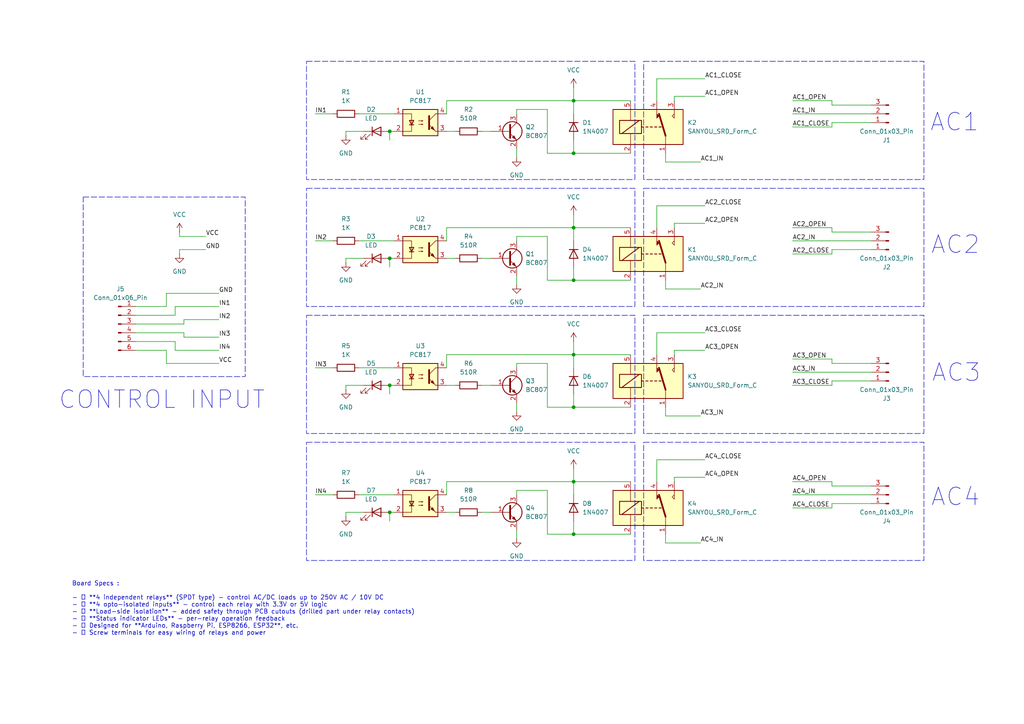
<source format=kicad_sch>
(kicad_sch
	(version 20231120)
	(generator "eeschema")
	(generator_version "8.0")
	(uuid "d845d5f2-6d7c-405c-b566-7ff2adc49240")
	(paper "A4")
	(title_block
		(title "x4 Relay Board with 5v Control")
		(date "2025-05-09")
		(rev "v0")
		(company "Slim Msehli")
	)
	(lib_symbols
		(symbol "Connector:Conn_01x03_Pin"
			(pin_names
				(offset 1.016) hide)
			(exclude_from_sim no)
			(in_bom yes)
			(on_board yes)
			(property "Reference" "J"
				(at 0 5.08 0)
				(effects
					(font
						(size 1.27 1.27)
					)
				)
			)
			(property "Value" "Conn_01x03_Pin"
				(at 0 -5.08 0)
				(effects
					(font
						(size 1.27 1.27)
					)
				)
			)
			(property "Footprint" ""
				(at 0 0 0)
				(effects
					(font
						(size 1.27 1.27)
					)
					(hide yes)
				)
			)
			(property "Datasheet" "~"
				(at 0 0 0)
				(effects
					(font
						(size 1.27 1.27)
					)
					(hide yes)
				)
			)
			(property "Description" "Generic connector, single row, 01x03, script generated"
				(at 0 0 0)
				(effects
					(font
						(size 1.27 1.27)
					)
					(hide yes)
				)
			)
			(property "ki_locked" ""
				(at 0 0 0)
				(effects
					(font
						(size 1.27 1.27)
					)
				)
			)
			(property "ki_keywords" "connector"
				(at 0 0 0)
				(effects
					(font
						(size 1.27 1.27)
					)
					(hide yes)
				)
			)
			(property "ki_fp_filters" "Connector*:*_1x??_*"
				(at 0 0 0)
				(effects
					(font
						(size 1.27 1.27)
					)
					(hide yes)
				)
			)
			(symbol "Conn_01x03_Pin_1_1"
				(polyline
					(pts
						(xy 1.27 -2.54) (xy 0.8636 -2.54)
					)
					(stroke
						(width 0.1524)
						(type default)
					)
					(fill
						(type none)
					)
				)
				(polyline
					(pts
						(xy 1.27 0) (xy 0.8636 0)
					)
					(stroke
						(width 0.1524)
						(type default)
					)
					(fill
						(type none)
					)
				)
				(polyline
					(pts
						(xy 1.27 2.54) (xy 0.8636 2.54)
					)
					(stroke
						(width 0.1524)
						(type default)
					)
					(fill
						(type none)
					)
				)
				(rectangle
					(start 0.8636 -2.413)
					(end 0 -2.667)
					(stroke
						(width 0.1524)
						(type default)
					)
					(fill
						(type outline)
					)
				)
				(rectangle
					(start 0.8636 0.127)
					(end 0 -0.127)
					(stroke
						(width 0.1524)
						(type default)
					)
					(fill
						(type outline)
					)
				)
				(rectangle
					(start 0.8636 2.667)
					(end 0 2.413)
					(stroke
						(width 0.1524)
						(type default)
					)
					(fill
						(type outline)
					)
				)
				(pin passive line
					(at 5.08 2.54 180)
					(length 3.81)
					(name "Pin_1"
						(effects
							(font
								(size 1.27 1.27)
							)
						)
					)
					(number "1"
						(effects
							(font
								(size 1.27 1.27)
							)
						)
					)
				)
				(pin passive line
					(at 5.08 0 180)
					(length 3.81)
					(name "Pin_2"
						(effects
							(font
								(size 1.27 1.27)
							)
						)
					)
					(number "2"
						(effects
							(font
								(size 1.27 1.27)
							)
						)
					)
				)
				(pin passive line
					(at 5.08 -2.54 180)
					(length 3.81)
					(name "Pin_3"
						(effects
							(font
								(size 1.27 1.27)
							)
						)
					)
					(number "3"
						(effects
							(font
								(size 1.27 1.27)
							)
						)
					)
				)
			)
		)
		(symbol "Connector:Conn_01x06_Pin"
			(pin_names
				(offset 1.016) hide)
			(exclude_from_sim no)
			(in_bom yes)
			(on_board yes)
			(property "Reference" "J"
				(at 0 7.62 0)
				(effects
					(font
						(size 1.27 1.27)
					)
				)
			)
			(property "Value" "Conn_01x06_Pin"
				(at 0 -10.16 0)
				(effects
					(font
						(size 1.27 1.27)
					)
				)
			)
			(property "Footprint" ""
				(at 0 0 0)
				(effects
					(font
						(size 1.27 1.27)
					)
					(hide yes)
				)
			)
			(property "Datasheet" "~"
				(at 0 0 0)
				(effects
					(font
						(size 1.27 1.27)
					)
					(hide yes)
				)
			)
			(property "Description" "Generic connector, single row, 01x06, script generated"
				(at 0 0 0)
				(effects
					(font
						(size 1.27 1.27)
					)
					(hide yes)
				)
			)
			(property "ki_locked" ""
				(at 0 0 0)
				(effects
					(font
						(size 1.27 1.27)
					)
				)
			)
			(property "ki_keywords" "connector"
				(at 0 0 0)
				(effects
					(font
						(size 1.27 1.27)
					)
					(hide yes)
				)
			)
			(property "ki_fp_filters" "Connector*:*_1x??_*"
				(at 0 0 0)
				(effects
					(font
						(size 1.27 1.27)
					)
					(hide yes)
				)
			)
			(symbol "Conn_01x06_Pin_1_1"
				(polyline
					(pts
						(xy 1.27 -7.62) (xy 0.8636 -7.62)
					)
					(stroke
						(width 0.1524)
						(type default)
					)
					(fill
						(type none)
					)
				)
				(polyline
					(pts
						(xy 1.27 -5.08) (xy 0.8636 -5.08)
					)
					(stroke
						(width 0.1524)
						(type default)
					)
					(fill
						(type none)
					)
				)
				(polyline
					(pts
						(xy 1.27 -2.54) (xy 0.8636 -2.54)
					)
					(stroke
						(width 0.1524)
						(type default)
					)
					(fill
						(type none)
					)
				)
				(polyline
					(pts
						(xy 1.27 0) (xy 0.8636 0)
					)
					(stroke
						(width 0.1524)
						(type default)
					)
					(fill
						(type none)
					)
				)
				(polyline
					(pts
						(xy 1.27 2.54) (xy 0.8636 2.54)
					)
					(stroke
						(width 0.1524)
						(type default)
					)
					(fill
						(type none)
					)
				)
				(polyline
					(pts
						(xy 1.27 5.08) (xy 0.8636 5.08)
					)
					(stroke
						(width 0.1524)
						(type default)
					)
					(fill
						(type none)
					)
				)
				(rectangle
					(start 0.8636 -7.493)
					(end 0 -7.747)
					(stroke
						(width 0.1524)
						(type default)
					)
					(fill
						(type outline)
					)
				)
				(rectangle
					(start 0.8636 -4.953)
					(end 0 -5.207)
					(stroke
						(width 0.1524)
						(type default)
					)
					(fill
						(type outline)
					)
				)
				(rectangle
					(start 0.8636 -2.413)
					(end 0 -2.667)
					(stroke
						(width 0.1524)
						(type default)
					)
					(fill
						(type outline)
					)
				)
				(rectangle
					(start 0.8636 0.127)
					(end 0 -0.127)
					(stroke
						(width 0.1524)
						(type default)
					)
					(fill
						(type outline)
					)
				)
				(rectangle
					(start 0.8636 2.667)
					(end 0 2.413)
					(stroke
						(width 0.1524)
						(type default)
					)
					(fill
						(type outline)
					)
				)
				(rectangle
					(start 0.8636 5.207)
					(end 0 4.953)
					(stroke
						(width 0.1524)
						(type default)
					)
					(fill
						(type outline)
					)
				)
				(pin passive line
					(at 5.08 5.08 180)
					(length 3.81)
					(name "Pin_1"
						(effects
							(font
								(size 1.27 1.27)
							)
						)
					)
					(number "1"
						(effects
							(font
								(size 1.27 1.27)
							)
						)
					)
				)
				(pin passive line
					(at 5.08 2.54 180)
					(length 3.81)
					(name "Pin_2"
						(effects
							(font
								(size 1.27 1.27)
							)
						)
					)
					(number "2"
						(effects
							(font
								(size 1.27 1.27)
							)
						)
					)
				)
				(pin passive line
					(at 5.08 0 180)
					(length 3.81)
					(name "Pin_3"
						(effects
							(font
								(size 1.27 1.27)
							)
						)
					)
					(number "3"
						(effects
							(font
								(size 1.27 1.27)
							)
						)
					)
				)
				(pin passive line
					(at 5.08 -2.54 180)
					(length 3.81)
					(name "Pin_4"
						(effects
							(font
								(size 1.27 1.27)
							)
						)
					)
					(number "4"
						(effects
							(font
								(size 1.27 1.27)
							)
						)
					)
				)
				(pin passive line
					(at 5.08 -5.08 180)
					(length 3.81)
					(name "Pin_5"
						(effects
							(font
								(size 1.27 1.27)
							)
						)
					)
					(number "5"
						(effects
							(font
								(size 1.27 1.27)
							)
						)
					)
				)
				(pin passive line
					(at 5.08 -7.62 180)
					(length 3.81)
					(name "Pin_6"
						(effects
							(font
								(size 1.27 1.27)
							)
						)
					)
					(number "6"
						(effects
							(font
								(size 1.27 1.27)
							)
						)
					)
				)
			)
		)
		(symbol "Device:LED"
			(pin_numbers hide)
			(pin_names
				(offset 1.016) hide)
			(exclude_from_sim no)
			(in_bom yes)
			(on_board yes)
			(property "Reference" "D"
				(at 0 2.54 0)
				(effects
					(font
						(size 1.27 1.27)
					)
				)
			)
			(property "Value" "LED"
				(at 0 -2.54 0)
				(effects
					(font
						(size 1.27 1.27)
					)
				)
			)
			(property "Footprint" ""
				(at 0 0 0)
				(effects
					(font
						(size 1.27 1.27)
					)
					(hide yes)
				)
			)
			(property "Datasheet" "~"
				(at 0 0 0)
				(effects
					(font
						(size 1.27 1.27)
					)
					(hide yes)
				)
			)
			(property "Description" "Light emitting diode"
				(at 0 0 0)
				(effects
					(font
						(size 1.27 1.27)
					)
					(hide yes)
				)
			)
			(property "ki_keywords" "LED diode"
				(at 0 0 0)
				(effects
					(font
						(size 1.27 1.27)
					)
					(hide yes)
				)
			)
			(property "ki_fp_filters" "LED* LED_SMD:* LED_THT:*"
				(at 0 0 0)
				(effects
					(font
						(size 1.27 1.27)
					)
					(hide yes)
				)
			)
			(symbol "LED_0_1"
				(polyline
					(pts
						(xy -1.27 -1.27) (xy -1.27 1.27)
					)
					(stroke
						(width 0.254)
						(type default)
					)
					(fill
						(type none)
					)
				)
				(polyline
					(pts
						(xy -1.27 0) (xy 1.27 0)
					)
					(stroke
						(width 0)
						(type default)
					)
					(fill
						(type none)
					)
				)
				(polyline
					(pts
						(xy 1.27 -1.27) (xy 1.27 1.27) (xy -1.27 0) (xy 1.27 -1.27)
					)
					(stroke
						(width 0.254)
						(type default)
					)
					(fill
						(type none)
					)
				)
				(polyline
					(pts
						(xy -3.048 -0.762) (xy -4.572 -2.286) (xy -3.81 -2.286) (xy -4.572 -2.286) (xy -4.572 -1.524)
					)
					(stroke
						(width 0)
						(type default)
					)
					(fill
						(type none)
					)
				)
				(polyline
					(pts
						(xy -1.778 -0.762) (xy -3.302 -2.286) (xy -2.54 -2.286) (xy -3.302 -2.286) (xy -3.302 -1.524)
					)
					(stroke
						(width 0)
						(type default)
					)
					(fill
						(type none)
					)
				)
			)
			(symbol "LED_1_1"
				(pin passive line
					(at -3.81 0 0)
					(length 2.54)
					(name "K"
						(effects
							(font
								(size 1.27 1.27)
							)
						)
					)
					(number "1"
						(effects
							(font
								(size 1.27 1.27)
							)
						)
					)
				)
				(pin passive line
					(at 3.81 0 180)
					(length 2.54)
					(name "A"
						(effects
							(font
								(size 1.27 1.27)
							)
						)
					)
					(number "2"
						(effects
							(font
								(size 1.27 1.27)
							)
						)
					)
				)
			)
		)
		(symbol "Device:R"
			(pin_numbers hide)
			(pin_names
				(offset 0)
			)
			(exclude_from_sim no)
			(in_bom yes)
			(on_board yes)
			(property "Reference" "R"
				(at 2.032 0 90)
				(effects
					(font
						(size 1.27 1.27)
					)
				)
			)
			(property "Value" "R"
				(at 0 0 90)
				(effects
					(font
						(size 1.27 1.27)
					)
				)
			)
			(property "Footprint" ""
				(at -1.778 0 90)
				(effects
					(font
						(size 1.27 1.27)
					)
					(hide yes)
				)
			)
			(property "Datasheet" "~"
				(at 0 0 0)
				(effects
					(font
						(size 1.27 1.27)
					)
					(hide yes)
				)
			)
			(property "Description" "Resistor"
				(at 0 0 0)
				(effects
					(font
						(size 1.27 1.27)
					)
					(hide yes)
				)
			)
			(property "ki_keywords" "R res resistor"
				(at 0 0 0)
				(effects
					(font
						(size 1.27 1.27)
					)
					(hide yes)
				)
			)
			(property "ki_fp_filters" "R_*"
				(at 0 0 0)
				(effects
					(font
						(size 1.27 1.27)
					)
					(hide yes)
				)
			)
			(symbol "R_0_1"
				(rectangle
					(start -1.016 -2.54)
					(end 1.016 2.54)
					(stroke
						(width 0.254)
						(type default)
					)
					(fill
						(type none)
					)
				)
			)
			(symbol "R_1_1"
				(pin passive line
					(at 0 3.81 270)
					(length 1.27)
					(name "~"
						(effects
							(font
								(size 1.27 1.27)
							)
						)
					)
					(number "1"
						(effects
							(font
								(size 1.27 1.27)
							)
						)
					)
				)
				(pin passive line
					(at 0 -3.81 90)
					(length 1.27)
					(name "~"
						(effects
							(font
								(size 1.27 1.27)
							)
						)
					)
					(number "2"
						(effects
							(font
								(size 1.27 1.27)
							)
						)
					)
				)
			)
		)
		(symbol "Diode:1N4007"
			(pin_numbers hide)
			(pin_names hide)
			(exclude_from_sim no)
			(in_bom yes)
			(on_board yes)
			(property "Reference" "D"
				(at 0 2.54 0)
				(effects
					(font
						(size 1.27 1.27)
					)
				)
			)
			(property "Value" "1N4007"
				(at 0 -2.54 0)
				(effects
					(font
						(size 1.27 1.27)
					)
				)
			)
			(property "Footprint" "Diode_THT:D_DO-41_SOD81_P10.16mm_Horizontal"
				(at 0 -4.445 0)
				(effects
					(font
						(size 1.27 1.27)
					)
					(hide yes)
				)
			)
			(property "Datasheet" "http://www.vishay.com/docs/88503/1n4001.pdf"
				(at 0 0 0)
				(effects
					(font
						(size 1.27 1.27)
					)
					(hide yes)
				)
			)
			(property "Description" "1000V 1A General Purpose Rectifier Diode, DO-41"
				(at 0 0 0)
				(effects
					(font
						(size 1.27 1.27)
					)
					(hide yes)
				)
			)
			(property "Sim.Device" "D"
				(at 0 0 0)
				(effects
					(font
						(size 1.27 1.27)
					)
					(hide yes)
				)
			)
			(property "Sim.Pins" "1=K 2=A"
				(at 0 0 0)
				(effects
					(font
						(size 1.27 1.27)
					)
					(hide yes)
				)
			)
			(property "ki_keywords" "diode"
				(at 0 0 0)
				(effects
					(font
						(size 1.27 1.27)
					)
					(hide yes)
				)
			)
			(property "ki_fp_filters" "D*DO?41*"
				(at 0 0 0)
				(effects
					(font
						(size 1.27 1.27)
					)
					(hide yes)
				)
			)
			(symbol "1N4007_0_1"
				(polyline
					(pts
						(xy -1.27 1.27) (xy -1.27 -1.27)
					)
					(stroke
						(width 0.254)
						(type default)
					)
					(fill
						(type none)
					)
				)
				(polyline
					(pts
						(xy 1.27 0) (xy -1.27 0)
					)
					(stroke
						(width 0)
						(type default)
					)
					(fill
						(type none)
					)
				)
				(polyline
					(pts
						(xy 1.27 1.27) (xy 1.27 -1.27) (xy -1.27 0) (xy 1.27 1.27)
					)
					(stroke
						(width 0.254)
						(type default)
					)
					(fill
						(type none)
					)
				)
			)
			(symbol "1N4007_1_1"
				(pin passive line
					(at -3.81 0 0)
					(length 2.54)
					(name "K"
						(effects
							(font
								(size 1.27 1.27)
							)
						)
					)
					(number "1"
						(effects
							(font
								(size 1.27 1.27)
							)
						)
					)
				)
				(pin passive line
					(at 3.81 0 180)
					(length 2.54)
					(name "A"
						(effects
							(font
								(size 1.27 1.27)
							)
						)
					)
					(number "2"
						(effects
							(font
								(size 1.27 1.27)
							)
						)
					)
				)
			)
		)
		(symbol "Isolator:PC817"
			(pin_names
				(offset 1.016)
			)
			(exclude_from_sim no)
			(in_bom yes)
			(on_board yes)
			(property "Reference" "U"
				(at -5.08 5.08 0)
				(effects
					(font
						(size 1.27 1.27)
					)
					(justify left)
				)
			)
			(property "Value" "PC817"
				(at 0 5.08 0)
				(effects
					(font
						(size 1.27 1.27)
					)
					(justify left)
				)
			)
			(property "Footprint" "Package_DIP:DIP-4_W7.62mm"
				(at -5.08 -5.08 0)
				(effects
					(font
						(size 1.27 1.27)
						(italic yes)
					)
					(justify left)
					(hide yes)
				)
			)
			(property "Datasheet" "http://www.soselectronic.cz/a_info/resource/d/pc817.pdf"
				(at 0 0 0)
				(effects
					(font
						(size 1.27 1.27)
					)
					(justify left)
					(hide yes)
				)
			)
			(property "Description" "DC Optocoupler, Vce 35V, CTR 50-300%, DIP-4"
				(at 0 0 0)
				(effects
					(font
						(size 1.27 1.27)
					)
					(hide yes)
				)
			)
			(property "ki_keywords" "NPN DC Optocoupler"
				(at 0 0 0)
				(effects
					(font
						(size 1.27 1.27)
					)
					(hide yes)
				)
			)
			(property "ki_fp_filters" "DIP*W7.62mm*"
				(at 0 0 0)
				(effects
					(font
						(size 1.27 1.27)
					)
					(hide yes)
				)
			)
			(symbol "PC817_0_1"
				(rectangle
					(start -5.08 3.81)
					(end 5.08 -3.81)
					(stroke
						(width 0.254)
						(type default)
					)
					(fill
						(type background)
					)
				)
				(polyline
					(pts
						(xy -3.175 -0.635) (xy -1.905 -0.635)
					)
					(stroke
						(width 0.254)
						(type default)
					)
					(fill
						(type none)
					)
				)
				(polyline
					(pts
						(xy 2.54 0.635) (xy 4.445 2.54)
					)
					(stroke
						(width 0)
						(type default)
					)
					(fill
						(type none)
					)
				)
				(polyline
					(pts
						(xy 4.445 -2.54) (xy 2.54 -0.635)
					)
					(stroke
						(width 0)
						(type default)
					)
					(fill
						(type outline)
					)
				)
				(polyline
					(pts
						(xy 4.445 -2.54) (xy 5.08 -2.54)
					)
					(stroke
						(width 0)
						(type default)
					)
					(fill
						(type none)
					)
				)
				(polyline
					(pts
						(xy 4.445 2.54) (xy 5.08 2.54)
					)
					(stroke
						(width 0)
						(type default)
					)
					(fill
						(type none)
					)
				)
				(polyline
					(pts
						(xy -5.08 2.54) (xy -2.54 2.54) (xy -2.54 -0.635)
					)
					(stroke
						(width 0)
						(type default)
					)
					(fill
						(type none)
					)
				)
				(polyline
					(pts
						(xy -2.54 -0.635) (xy -2.54 -2.54) (xy -5.08 -2.54)
					)
					(stroke
						(width 0)
						(type default)
					)
					(fill
						(type none)
					)
				)
				(polyline
					(pts
						(xy 2.54 1.905) (xy 2.54 -1.905) (xy 2.54 -1.905)
					)
					(stroke
						(width 0.508)
						(type default)
					)
					(fill
						(type none)
					)
				)
				(polyline
					(pts
						(xy -2.54 -0.635) (xy -3.175 0.635) (xy -1.905 0.635) (xy -2.54 -0.635)
					)
					(stroke
						(width 0.254)
						(type default)
					)
					(fill
						(type none)
					)
				)
				(polyline
					(pts
						(xy -0.508 -0.508) (xy 0.762 -0.508) (xy 0.381 -0.635) (xy 0.381 -0.381) (xy 0.762 -0.508)
					)
					(stroke
						(width 0)
						(type default)
					)
					(fill
						(type none)
					)
				)
				(polyline
					(pts
						(xy -0.508 0.508) (xy 0.762 0.508) (xy 0.381 0.381) (xy 0.381 0.635) (xy 0.762 0.508)
					)
					(stroke
						(width 0)
						(type default)
					)
					(fill
						(type none)
					)
				)
				(polyline
					(pts
						(xy 3.048 -1.651) (xy 3.556 -1.143) (xy 4.064 -2.159) (xy 3.048 -1.651) (xy 3.048 -1.651)
					)
					(stroke
						(width 0)
						(type default)
					)
					(fill
						(type outline)
					)
				)
			)
			(symbol "PC817_1_1"
				(pin passive line
					(at -7.62 2.54 0)
					(length 2.54)
					(name "~"
						(effects
							(font
								(size 1.27 1.27)
							)
						)
					)
					(number "1"
						(effects
							(font
								(size 1.27 1.27)
							)
						)
					)
				)
				(pin passive line
					(at -7.62 -2.54 0)
					(length 2.54)
					(name "~"
						(effects
							(font
								(size 1.27 1.27)
							)
						)
					)
					(number "2"
						(effects
							(font
								(size 1.27 1.27)
							)
						)
					)
				)
				(pin passive line
					(at 7.62 -2.54 180)
					(length 2.54)
					(name "~"
						(effects
							(font
								(size 1.27 1.27)
							)
						)
					)
					(number "3"
						(effects
							(font
								(size 1.27 1.27)
							)
						)
					)
				)
				(pin passive line
					(at 7.62 2.54 180)
					(length 2.54)
					(name "~"
						(effects
							(font
								(size 1.27 1.27)
							)
						)
					)
					(number "4"
						(effects
							(font
								(size 1.27 1.27)
							)
						)
					)
				)
			)
		)
		(symbol "Relay:SANYOU_SRD_Form_C"
			(exclude_from_sim no)
			(in_bom yes)
			(on_board yes)
			(property "Reference" "K"
				(at 11.43 3.81 0)
				(effects
					(font
						(size 1.27 1.27)
					)
					(justify left)
				)
			)
			(property "Value" "SANYOU_SRD_Form_C"
				(at 11.43 1.27 0)
				(effects
					(font
						(size 1.27 1.27)
					)
					(justify left)
				)
			)
			(property "Footprint" "Relay_THT:Relay_SPDT_SANYOU_SRD_Series_Form_C"
				(at 11.43 -1.27 0)
				(effects
					(font
						(size 1.27 1.27)
					)
					(justify left)
					(hide yes)
				)
			)
			(property "Datasheet" "http://www.sanyourelay.ca/public/products/pdf/SRD.pdf"
				(at 0 0 0)
				(effects
					(font
						(size 1.27 1.27)
					)
					(hide yes)
				)
			)
			(property "Description" "Sanyo SRD relay, Single Pole Miniature Power Relay,"
				(at 0 0 0)
				(effects
					(font
						(size 1.27 1.27)
					)
					(hide yes)
				)
			)
			(property "ki_keywords" "Single Pole Relay SPDT"
				(at 0 0 0)
				(effects
					(font
						(size 1.27 1.27)
					)
					(hide yes)
				)
			)
			(property "ki_fp_filters" "Relay*SPDT*SANYOU*SRD*Series*Form*C*"
				(at 0 0 0)
				(effects
					(font
						(size 1.27 1.27)
					)
					(hide yes)
				)
			)
			(symbol "SANYOU_SRD_Form_C_0_0"
				(polyline
					(pts
						(xy 7.62 5.08) (xy 7.62 2.54) (xy 6.985 3.175) (xy 7.62 3.81)
					)
					(stroke
						(width 0)
						(type default)
					)
					(fill
						(type none)
					)
				)
			)
			(symbol "SANYOU_SRD_Form_C_0_1"
				(rectangle
					(start -10.16 5.08)
					(end 10.16 -5.08)
					(stroke
						(width 0.254)
						(type default)
					)
					(fill
						(type background)
					)
				)
				(rectangle
					(start -8.255 1.905)
					(end -1.905 -1.905)
					(stroke
						(width 0.254)
						(type default)
					)
					(fill
						(type none)
					)
				)
				(polyline
					(pts
						(xy -7.62 -1.905) (xy -2.54 1.905)
					)
					(stroke
						(width 0.254)
						(type default)
					)
					(fill
						(type none)
					)
				)
				(polyline
					(pts
						(xy -5.08 -5.08) (xy -5.08 -1.905)
					)
					(stroke
						(width 0)
						(type default)
					)
					(fill
						(type none)
					)
				)
				(polyline
					(pts
						(xy -5.08 5.08) (xy -5.08 1.905)
					)
					(stroke
						(width 0)
						(type default)
					)
					(fill
						(type none)
					)
				)
				(polyline
					(pts
						(xy -1.905 0) (xy -1.27 0)
					)
					(stroke
						(width 0.254)
						(type default)
					)
					(fill
						(type none)
					)
				)
				(polyline
					(pts
						(xy -0.635 0) (xy 0 0)
					)
					(stroke
						(width 0.254)
						(type default)
					)
					(fill
						(type none)
					)
				)
				(polyline
					(pts
						(xy 0.635 0) (xy 1.27 0)
					)
					(stroke
						(width 0.254)
						(type default)
					)
					(fill
						(type none)
					)
				)
				(polyline
					(pts
						(xy 1.905 0) (xy 2.54 0)
					)
					(stroke
						(width 0.254)
						(type default)
					)
					(fill
						(type none)
					)
				)
				(polyline
					(pts
						(xy 3.175 0) (xy 3.81 0)
					)
					(stroke
						(width 0.254)
						(type default)
					)
					(fill
						(type none)
					)
				)
				(polyline
					(pts
						(xy 5.08 -2.54) (xy 3.175 3.81)
					)
					(stroke
						(width 0.508)
						(type default)
					)
					(fill
						(type none)
					)
				)
				(polyline
					(pts
						(xy 5.08 -2.54) (xy 5.08 -5.08)
					)
					(stroke
						(width 0)
						(type default)
					)
					(fill
						(type none)
					)
				)
			)
			(symbol "SANYOU_SRD_Form_C_1_1"
				(polyline
					(pts
						(xy 2.54 3.81) (xy 3.175 3.175) (xy 2.54 2.54) (xy 2.54 5.08)
					)
					(stroke
						(width 0)
						(type default)
					)
					(fill
						(type outline)
					)
				)
				(pin passive line
					(at 5.08 -7.62 90)
					(length 2.54)
					(name "~"
						(effects
							(font
								(size 1.27 1.27)
							)
						)
					)
					(number "1"
						(effects
							(font
								(size 1.27 1.27)
							)
						)
					)
				)
				(pin passive line
					(at -5.08 -7.62 90)
					(length 2.54)
					(name "~"
						(effects
							(font
								(size 1.27 1.27)
							)
						)
					)
					(number "2"
						(effects
							(font
								(size 1.27 1.27)
							)
						)
					)
				)
				(pin passive line
					(at 7.62 7.62 270)
					(length 2.54)
					(name "~"
						(effects
							(font
								(size 1.27 1.27)
							)
						)
					)
					(number "3"
						(effects
							(font
								(size 1.27 1.27)
							)
						)
					)
				)
				(pin passive line
					(at 2.54 7.62 270)
					(length 2.54)
					(name "~"
						(effects
							(font
								(size 1.27 1.27)
							)
						)
					)
					(number "4"
						(effects
							(font
								(size 1.27 1.27)
							)
						)
					)
				)
				(pin passive line
					(at -5.08 7.62 270)
					(length 2.54)
					(name "~"
						(effects
							(font
								(size 1.27 1.27)
							)
						)
					)
					(number "5"
						(effects
							(font
								(size 1.27 1.27)
							)
						)
					)
				)
			)
		)
		(symbol "Transistor_BJT:BC817"
			(pin_names
				(offset 0) hide)
			(exclude_from_sim no)
			(in_bom yes)
			(on_board yes)
			(property "Reference" "Q"
				(at 5.08 1.905 0)
				(effects
					(font
						(size 1.27 1.27)
					)
					(justify left)
				)
			)
			(property "Value" "BC817"
				(at 5.08 0 0)
				(effects
					(font
						(size 1.27 1.27)
					)
					(justify left)
				)
			)
			(property "Footprint" "Package_TO_SOT_SMD:SOT-23"
				(at 5.08 -1.905 0)
				(effects
					(font
						(size 1.27 1.27)
						(italic yes)
					)
					(justify left)
					(hide yes)
				)
			)
			(property "Datasheet" "https://www.onsemi.com/pub/Collateral/BC818-D.pdf"
				(at 0 0 0)
				(effects
					(font
						(size 1.27 1.27)
					)
					(justify left)
					(hide yes)
				)
			)
			(property "Description" "0.8A Ic, 45V Vce, NPN Transistor, SOT-23"
				(at 0 0 0)
				(effects
					(font
						(size 1.27 1.27)
					)
					(hide yes)
				)
			)
			(property "ki_keywords" "NPN Transistor"
				(at 0 0 0)
				(effects
					(font
						(size 1.27 1.27)
					)
					(hide yes)
				)
			)
			(property "ki_fp_filters" "SOT?23*"
				(at 0 0 0)
				(effects
					(font
						(size 1.27 1.27)
					)
					(hide yes)
				)
			)
			(symbol "BC817_0_1"
				(polyline
					(pts
						(xy 0.635 0.635) (xy 2.54 2.54)
					)
					(stroke
						(width 0)
						(type default)
					)
					(fill
						(type none)
					)
				)
				(polyline
					(pts
						(xy 0.635 -0.635) (xy 2.54 -2.54) (xy 2.54 -2.54)
					)
					(stroke
						(width 0)
						(type default)
					)
					(fill
						(type none)
					)
				)
				(polyline
					(pts
						(xy 0.635 1.905) (xy 0.635 -1.905) (xy 0.635 -1.905)
					)
					(stroke
						(width 0.508)
						(type default)
					)
					(fill
						(type none)
					)
				)
				(polyline
					(pts
						(xy 1.27 -1.778) (xy 1.778 -1.27) (xy 2.286 -2.286) (xy 1.27 -1.778) (xy 1.27 -1.778)
					)
					(stroke
						(width 0)
						(type default)
					)
					(fill
						(type outline)
					)
				)
				(circle
					(center 1.27 0)
					(radius 2.8194)
					(stroke
						(width 0.254)
						(type default)
					)
					(fill
						(type none)
					)
				)
			)
			(symbol "BC817_1_1"
				(pin input line
					(at -5.08 0 0)
					(length 5.715)
					(name "B"
						(effects
							(font
								(size 1.27 1.27)
							)
						)
					)
					(number "1"
						(effects
							(font
								(size 1.27 1.27)
							)
						)
					)
				)
				(pin passive line
					(at 2.54 -5.08 90)
					(length 2.54)
					(name "E"
						(effects
							(font
								(size 1.27 1.27)
							)
						)
					)
					(number "2"
						(effects
							(font
								(size 1.27 1.27)
							)
						)
					)
				)
				(pin passive line
					(at 2.54 5.08 270)
					(length 2.54)
					(name "C"
						(effects
							(font
								(size 1.27 1.27)
							)
						)
					)
					(number "3"
						(effects
							(font
								(size 1.27 1.27)
							)
						)
					)
				)
			)
		)
		(symbol "power:GND"
			(power)
			(pin_numbers hide)
			(pin_names
				(offset 0) hide)
			(exclude_from_sim no)
			(in_bom yes)
			(on_board yes)
			(property "Reference" "#PWR"
				(at 0 -6.35 0)
				(effects
					(font
						(size 1.27 1.27)
					)
					(hide yes)
				)
			)
			(property "Value" "GND"
				(at 0 -3.81 0)
				(effects
					(font
						(size 1.27 1.27)
					)
				)
			)
			(property "Footprint" ""
				(at 0 0 0)
				(effects
					(font
						(size 1.27 1.27)
					)
					(hide yes)
				)
			)
			(property "Datasheet" ""
				(at 0 0 0)
				(effects
					(font
						(size 1.27 1.27)
					)
					(hide yes)
				)
			)
			(property "Description" "Power symbol creates a global label with name \"GND\" , ground"
				(at 0 0 0)
				(effects
					(font
						(size 1.27 1.27)
					)
					(hide yes)
				)
			)
			(property "ki_keywords" "global power"
				(at 0 0 0)
				(effects
					(font
						(size 1.27 1.27)
					)
					(hide yes)
				)
			)
			(symbol "GND_0_1"
				(polyline
					(pts
						(xy 0 0) (xy 0 -1.27) (xy 1.27 -1.27) (xy 0 -2.54) (xy -1.27 -1.27) (xy 0 -1.27)
					)
					(stroke
						(width 0)
						(type default)
					)
					(fill
						(type none)
					)
				)
			)
			(symbol "GND_1_1"
				(pin power_in line
					(at 0 0 270)
					(length 0)
					(name "~"
						(effects
							(font
								(size 1.27 1.27)
							)
						)
					)
					(number "1"
						(effects
							(font
								(size 1.27 1.27)
							)
						)
					)
				)
			)
		)
		(symbol "power:VCC"
			(power)
			(pin_numbers hide)
			(pin_names
				(offset 0) hide)
			(exclude_from_sim no)
			(in_bom yes)
			(on_board yes)
			(property "Reference" "#PWR"
				(at 0 -3.81 0)
				(effects
					(font
						(size 1.27 1.27)
					)
					(hide yes)
				)
			)
			(property "Value" "VCC"
				(at 0 3.556 0)
				(effects
					(font
						(size 1.27 1.27)
					)
				)
			)
			(property "Footprint" ""
				(at 0 0 0)
				(effects
					(font
						(size 1.27 1.27)
					)
					(hide yes)
				)
			)
			(property "Datasheet" ""
				(at 0 0 0)
				(effects
					(font
						(size 1.27 1.27)
					)
					(hide yes)
				)
			)
			(property "Description" "Power symbol creates a global label with name \"VCC\""
				(at 0 0 0)
				(effects
					(font
						(size 1.27 1.27)
					)
					(hide yes)
				)
			)
			(property "ki_keywords" "global power"
				(at 0 0 0)
				(effects
					(font
						(size 1.27 1.27)
					)
					(hide yes)
				)
			)
			(symbol "VCC_0_1"
				(polyline
					(pts
						(xy -0.762 1.27) (xy 0 2.54)
					)
					(stroke
						(width 0)
						(type default)
					)
					(fill
						(type none)
					)
				)
				(polyline
					(pts
						(xy 0 0) (xy 0 2.54)
					)
					(stroke
						(width 0)
						(type default)
					)
					(fill
						(type none)
					)
				)
				(polyline
					(pts
						(xy 0 2.54) (xy 0.762 1.27)
					)
					(stroke
						(width 0)
						(type default)
					)
					(fill
						(type none)
					)
				)
			)
			(symbol "VCC_1_1"
				(pin power_in line
					(at 0 0 90)
					(length 0)
					(name "~"
						(effects
							(font
								(size 1.27 1.27)
							)
						)
					)
					(number "1"
						(effects
							(font
								(size 1.27 1.27)
							)
						)
					)
				)
			)
		)
	)
	(junction
		(at 113.03 111.76)
		(diameter 0)
		(color 0 0 0 0)
		(uuid "12d4db9b-32ea-4652-aa5d-96266afd430b")
	)
	(junction
		(at 166.37 29.21)
		(diameter 0)
		(color 0 0 0 0)
		(uuid "199b6212-01ba-4e94-bd05-721cd732ae5e")
	)
	(junction
		(at 113.03 38.1)
		(diameter 0)
		(color 0 0 0 0)
		(uuid "1ac27d5e-a789-45c2-9f0b-46dc7f7c0244")
	)
	(junction
		(at 166.37 154.94)
		(diameter 0)
		(color 0 0 0 0)
		(uuid "2e7eabce-fc82-42a9-9dc3-aae16fd77dc6")
	)
	(junction
		(at 166.37 66.04)
		(diameter 0)
		(color 0 0 0 0)
		(uuid "56c559e2-c7b3-4012-82a0-04853aad23f6")
	)
	(junction
		(at 113.03 148.59)
		(diameter 0)
		(color 0 0 0 0)
		(uuid "70a36c3d-e12c-412b-b9a8-782c7f2cbb74")
	)
	(junction
		(at 166.37 44.45)
		(diameter 0)
		(color 0 0 0 0)
		(uuid "7bfee381-5417-455a-a572-d974cc6c1e1d")
	)
	(junction
		(at 166.37 102.87)
		(diameter 0)
		(color 0 0 0 0)
		(uuid "8643c2d9-8e59-49ca-9d8b-d45f0e22d379")
	)
	(junction
		(at 113.03 74.93)
		(diameter 0)
		(color 0 0 0 0)
		(uuid "b96a3606-55ec-4a37-994a-83fd8f93b98c")
	)
	(junction
		(at 166.37 81.28)
		(diameter 0)
		(color 0 0 0 0)
		(uuid "d30319db-dd2a-4b48-a856-5f81c76fad22")
	)
	(junction
		(at 166.37 118.11)
		(diameter 0)
		(color 0 0 0 0)
		(uuid "d54b2c1a-4822-4776-9594-970d6bdf404f")
	)
	(junction
		(at 166.37 139.7)
		(diameter 0)
		(color 0 0 0 0)
		(uuid "ee69bf90-a422-4287-90d8-844dc4f8d4a1")
	)
	(wire
		(pts
			(xy 182.88 81.28) (xy 166.37 81.28)
		)
		(stroke
			(width 0)
			(type default)
		)
		(uuid "00cecc15-6f46-4d8a-b914-cd7d74ddf7a1")
	)
	(wire
		(pts
			(xy 129.54 69.85) (xy 129.54 66.04)
		)
		(stroke
			(width 0)
			(type default)
		)
		(uuid "02fea4e1-33ae-4aae-b323-8d5512f21490")
	)
	(wire
		(pts
			(xy 91.44 33.02) (xy 96.52 33.02)
		)
		(stroke
			(width 0)
			(type default)
		)
		(uuid "0542cb57-4f06-45e2-bdd1-a8f0c3980342")
	)
	(wire
		(pts
			(xy 105.41 74.93) (xy 100.33 74.93)
		)
		(stroke
			(width 0)
			(type default)
		)
		(uuid "08aa8dfd-e3f6-4f4c-88ab-6913691f4775")
	)
	(wire
		(pts
			(xy 149.86 116.84) (xy 149.86 119.38)
		)
		(stroke
			(width 0)
			(type default)
		)
		(uuid "098d7953-a90e-4b10-92af-9dc61ac1d61e")
	)
	(wire
		(pts
			(xy 241.3 67.31) (xy 241.3 66.04)
		)
		(stroke
			(width 0)
			(type default)
		)
		(uuid "0d687179-46e4-4742-8346-981561aad33d")
	)
	(wire
		(pts
			(xy 158.75 118.11) (xy 166.37 118.11)
		)
		(stroke
			(width 0)
			(type default)
		)
		(uuid "0fbb45bd-e7df-4ece-845b-4b151dec71a1")
	)
	(wire
		(pts
			(xy 229.87 139.7) (xy 241.3 139.7)
		)
		(stroke
			(width 0)
			(type default)
		)
		(uuid "147b4646-75c9-4dc5-817d-879db5de3f14")
	)
	(wire
		(pts
			(xy 39.37 88.9) (xy 48.26 88.9)
		)
		(stroke
			(width 0)
			(type default)
		)
		(uuid "148b8396-feaf-4cff-95ff-e692423fe020")
	)
	(wire
		(pts
			(xy 252.73 105.41) (xy 241.3 105.41)
		)
		(stroke
			(width 0)
			(type default)
		)
		(uuid "161780dd-be95-4be9-9b88-48069e56515b")
	)
	(wire
		(pts
			(xy 158.75 154.94) (xy 158.75 142.24)
		)
		(stroke
			(width 0)
			(type default)
		)
		(uuid "1736230a-8dfb-4d57-9a5b-8fafcb87f4cc")
	)
	(wire
		(pts
			(xy 166.37 66.04) (xy 182.88 66.04)
		)
		(stroke
			(width 0)
			(type default)
		)
		(uuid "19425144-9592-4a42-a27d-1893cf66cba1")
	)
	(wire
		(pts
			(xy 229.87 73.66) (xy 241.3 73.66)
		)
		(stroke
			(width 0)
			(type default)
		)
		(uuid "197b3402-3f5c-4dc4-b63e-17e6097d2fc0")
	)
	(wire
		(pts
			(xy 241.3 140.97) (xy 241.3 139.7)
		)
		(stroke
			(width 0)
			(type default)
		)
		(uuid "1ace13ed-a087-4c3f-b6a7-7d2fb5fc9c27")
	)
	(wire
		(pts
			(xy 39.37 101.6) (xy 48.26 101.6)
		)
		(stroke
			(width 0)
			(type default)
		)
		(uuid "1b815227-ac3e-4c63-b8c1-77a87b416a8f")
	)
	(wire
		(pts
			(xy 53.34 97.79) (xy 63.5 97.79)
		)
		(stroke
			(width 0)
			(type default)
		)
		(uuid "1d6ad60f-d007-45c0-85e4-2f343c52aef7")
	)
	(wire
		(pts
			(xy 91.44 106.68) (xy 96.52 106.68)
		)
		(stroke
			(width 0)
			(type default)
		)
		(uuid "1d90268e-42de-4b52-840f-42402022fde1")
	)
	(wire
		(pts
			(xy 166.37 102.87) (xy 166.37 106.68)
		)
		(stroke
			(width 0)
			(type default)
		)
		(uuid "21104ed0-ec63-4967-b382-a4dc747e499c")
	)
	(wire
		(pts
			(xy 113.03 38.1) (xy 113.03 40.64)
		)
		(stroke
			(width 0)
			(type default)
		)
		(uuid "2123edc2-84d3-4143-abbd-f52961cca6cf")
	)
	(wire
		(pts
			(xy 193.04 154.94) (xy 193.04 157.48)
		)
		(stroke
			(width 0)
			(type default)
		)
		(uuid "22175d39-325d-4d69-b8a6-fe7e79e89273")
	)
	(wire
		(pts
			(xy 190.5 96.52) (xy 204.47 96.52)
		)
		(stroke
			(width 0)
			(type default)
		)
		(uuid "2332f525-cb30-4cba-8156-83d2672b68e1")
	)
	(wire
		(pts
			(xy 48.26 105.41) (xy 63.5 105.41)
		)
		(stroke
			(width 0)
			(type default)
		)
		(uuid "2422bb5e-0eee-44bb-b2f1-42d6c032a47c")
	)
	(wire
		(pts
			(xy 104.14 143.51) (xy 114.3 143.51)
		)
		(stroke
			(width 0)
			(type default)
		)
		(uuid "269549a9-c8c6-4424-a2b7-033ddecd4851")
	)
	(wire
		(pts
			(xy 149.86 142.24) (xy 149.86 143.51)
		)
		(stroke
			(width 0)
			(type default)
		)
		(uuid "2966abfa-1a7c-4dbc-9013-fb308e5ca044")
	)
	(wire
		(pts
			(xy 195.58 29.21) (xy 195.58 27.94)
		)
		(stroke
			(width 0)
			(type default)
		)
		(uuid "2aab744f-7994-429d-b0b1-1b555d70e8be")
	)
	(wire
		(pts
			(xy 229.87 29.21) (xy 241.3 29.21)
		)
		(stroke
			(width 0)
			(type default)
		)
		(uuid "2cb38398-c86f-4e55-a6e6-7fc680bd0eda")
	)
	(wire
		(pts
			(xy 193.04 44.45) (xy 193.04 46.99)
		)
		(stroke
			(width 0)
			(type default)
		)
		(uuid "2e9ba186-86d4-4c15-b9d3-b36eb0a77779")
	)
	(wire
		(pts
			(xy 114.3 74.93) (xy 113.03 74.93)
		)
		(stroke
			(width 0)
			(type default)
		)
		(uuid "2ea756d6-e7c0-4c51-87ef-b283781b14a0")
	)
	(wire
		(pts
			(xy 241.3 111.76) (xy 241.3 110.49)
		)
		(stroke
			(width 0)
			(type default)
		)
		(uuid "320dc70e-88f2-4ba7-b256-66df435b9493")
	)
	(wire
		(pts
			(xy 193.04 83.82) (xy 203.2 83.82)
		)
		(stroke
			(width 0)
			(type default)
		)
		(uuid "325ff469-c20e-48a7-a672-648ae59a754e")
	)
	(wire
		(pts
			(xy 193.04 81.28) (xy 193.04 83.82)
		)
		(stroke
			(width 0)
			(type default)
		)
		(uuid "39034f78-41f8-43f2-8234-41779099dd69")
	)
	(wire
		(pts
			(xy 100.33 38.1) (xy 100.33 39.37)
		)
		(stroke
			(width 0)
			(type default)
		)
		(uuid "3a13f065-71d7-4c74-a1c0-ca0ede3be17e")
	)
	(wire
		(pts
			(xy 158.75 154.94) (xy 166.37 154.94)
		)
		(stroke
			(width 0)
			(type default)
		)
		(uuid "3a560b5b-6df3-4b62-9f44-2e7827749b8e")
	)
	(wire
		(pts
			(xy 229.87 104.14) (xy 241.3 104.14)
		)
		(stroke
			(width 0)
			(type default)
		)
		(uuid "3aaad94f-b4fe-4e05-bde4-b22ea9bdde77")
	)
	(wire
		(pts
			(xy 166.37 135.89) (xy 166.37 139.7)
		)
		(stroke
			(width 0)
			(type default)
		)
		(uuid "3ced669f-c08f-4b51-8841-360df119100f")
	)
	(wire
		(pts
			(xy 241.3 147.32) (xy 241.3 146.05)
		)
		(stroke
			(width 0)
			(type default)
		)
		(uuid "3f701f0f-8a61-488b-a6e5-2c56884487e7")
	)
	(wire
		(pts
			(xy 39.37 91.44) (xy 50.8 91.44)
		)
		(stroke
			(width 0)
			(type default)
		)
		(uuid "3f8124a0-74dc-47ae-9223-cb32a0e0be58")
	)
	(wire
		(pts
			(xy 229.87 33.02) (xy 252.73 33.02)
		)
		(stroke
			(width 0)
			(type default)
		)
		(uuid "3fa52b6b-b119-4d4f-a380-3692245cc23a")
	)
	(wire
		(pts
			(xy 129.54 38.1) (xy 132.08 38.1)
		)
		(stroke
			(width 0)
			(type default)
		)
		(uuid "41b3e1b0-cc84-47ad-a9d3-6ca8cc48e52d")
	)
	(wire
		(pts
			(xy 149.86 43.18) (xy 149.86 45.72)
		)
		(stroke
			(width 0)
			(type default)
		)
		(uuid "44d269be-d1e0-4d79-86e7-1580791a5102")
	)
	(wire
		(pts
			(xy 166.37 139.7) (xy 166.37 143.51)
		)
		(stroke
			(width 0)
			(type default)
		)
		(uuid "489bc104-6cbe-48fd-874e-4587b85ccfb9")
	)
	(wire
		(pts
			(xy 53.34 96.52) (xy 53.34 97.79)
		)
		(stroke
			(width 0)
			(type default)
		)
		(uuid "4a40ad9a-7080-4c55-ab4f-7dd3f760ad06")
	)
	(wire
		(pts
			(xy 113.03 111.76) (xy 113.03 114.3)
		)
		(stroke
			(width 0)
			(type default)
		)
		(uuid "4bd1b4e7-e0a3-4d58-8ab3-886021ecf77e")
	)
	(wire
		(pts
			(xy 193.04 120.65) (xy 203.2 120.65)
		)
		(stroke
			(width 0)
			(type default)
		)
		(uuid "4c926eb1-87aa-4514-bffb-e00e7a56340d")
	)
	(wire
		(pts
			(xy 166.37 62.23) (xy 166.37 66.04)
		)
		(stroke
			(width 0)
			(type default)
		)
		(uuid "4e083822-029b-4c1d-b359-621b6d8f1555")
	)
	(wire
		(pts
			(xy 252.73 30.48) (xy 241.3 30.48)
		)
		(stroke
			(width 0)
			(type default)
		)
		(uuid "4f9f78ae-93f3-4816-aa4a-49ac900d8454")
	)
	(wire
		(pts
			(xy 48.26 88.9) (xy 48.26 85.09)
		)
		(stroke
			(width 0)
			(type default)
		)
		(uuid "510eb998-33fa-4312-b82c-ac483511d25e")
	)
	(wire
		(pts
			(xy 193.04 46.99) (xy 203.2 46.99)
		)
		(stroke
			(width 0)
			(type default)
		)
		(uuid "526789a1-8957-4b09-b4e2-3b7f3703cff4")
	)
	(wire
		(pts
			(xy 39.37 99.06) (xy 50.8 99.06)
		)
		(stroke
			(width 0)
			(type default)
		)
		(uuid "52d3c477-f7f6-49b6-944d-e865295a74b9")
	)
	(wire
		(pts
			(xy 129.54 148.59) (xy 132.08 148.59)
		)
		(stroke
			(width 0)
			(type default)
		)
		(uuid "5548efbd-d9a0-42a5-b498-423ebcd1c76f")
	)
	(wire
		(pts
			(xy 105.41 148.59) (xy 100.33 148.59)
		)
		(stroke
			(width 0)
			(type default)
		)
		(uuid "55ce2474-365e-4c3b-bd3a-3125666f8ee4")
	)
	(wire
		(pts
			(xy 158.75 31.75) (xy 149.86 31.75)
		)
		(stroke
			(width 0)
			(type default)
		)
		(uuid "5826e87d-ba00-4637-a45c-938585225e91")
	)
	(wire
		(pts
			(xy 104.14 106.68) (xy 114.3 106.68)
		)
		(stroke
			(width 0)
			(type default)
		)
		(uuid "58572b33-4a26-47ae-9e63-79e53ac1891d")
	)
	(wire
		(pts
			(xy 48.26 101.6) (xy 48.26 105.41)
		)
		(stroke
			(width 0)
			(type default)
		)
		(uuid "59516fbf-e1fe-45de-83be-df5e0f3d5ac8")
	)
	(wire
		(pts
			(xy 50.8 99.06) (xy 50.8 101.6)
		)
		(stroke
			(width 0)
			(type default)
		)
		(uuid "59fde75a-aa36-4297-a44f-6a4f29c70eff")
	)
	(wire
		(pts
			(xy 229.87 143.51) (xy 252.73 143.51)
		)
		(stroke
			(width 0)
			(type default)
		)
		(uuid "5d3c5cf5-fa4d-45c9-af2b-50aac51dd35a")
	)
	(wire
		(pts
			(xy 241.3 36.83) (xy 241.3 35.56)
		)
		(stroke
			(width 0)
			(type default)
		)
		(uuid "5e8d5826-3746-4bed-8d76-c2d5477b1679")
	)
	(wire
		(pts
			(xy 129.54 143.51) (xy 129.54 139.7)
		)
		(stroke
			(width 0)
			(type default)
		)
		(uuid "63d668e6-a8ac-461f-a457-8f236b7a4bfc")
	)
	(wire
		(pts
			(xy 182.88 44.45) (xy 166.37 44.45)
		)
		(stroke
			(width 0)
			(type default)
		)
		(uuid "6501e10b-4a85-4324-9a5a-db6e95378556")
	)
	(wire
		(pts
			(xy 114.3 111.76) (xy 113.03 111.76)
		)
		(stroke
			(width 0)
			(type default)
		)
		(uuid "6573077b-be02-4aa2-a417-555f042c4f89")
	)
	(wire
		(pts
			(xy 50.8 88.9) (xy 63.5 88.9)
		)
		(stroke
			(width 0)
			(type default)
		)
		(uuid "68c6adc5-9989-41df-9fc2-0d63697d846b")
	)
	(wire
		(pts
			(xy 149.86 105.41) (xy 149.86 106.68)
		)
		(stroke
			(width 0)
			(type default)
		)
		(uuid "6ba74f2b-5967-479a-8b56-d955d10f42d5")
	)
	(wire
		(pts
			(xy 113.03 148.59) (xy 113.03 151.13)
		)
		(stroke
			(width 0)
			(type default)
		)
		(uuid "6cca313b-ad3c-4501-98a6-a8c4a5e066a3")
	)
	(wire
		(pts
			(xy 129.54 102.87) (xy 166.37 102.87)
		)
		(stroke
			(width 0)
			(type default)
		)
		(uuid "6e721157-63a8-4032-9485-9a2231ba463a")
	)
	(wire
		(pts
			(xy 190.5 102.87) (xy 190.5 96.52)
		)
		(stroke
			(width 0)
			(type default)
		)
		(uuid "6ea42748-b531-4420-90a5-ad1ec6621c9e")
	)
	(wire
		(pts
			(xy 166.37 66.04) (xy 166.37 69.85)
		)
		(stroke
			(width 0)
			(type default)
		)
		(uuid "6f68cd43-adf2-4dc3-9b32-95d79a976d92")
	)
	(wire
		(pts
			(xy 241.3 72.39) (xy 252.73 72.39)
		)
		(stroke
			(width 0)
			(type default)
		)
		(uuid "7676d178-0315-41b5-9cb9-05a7d2060ca9")
	)
	(wire
		(pts
			(xy 158.75 44.45) (xy 166.37 44.45)
		)
		(stroke
			(width 0)
			(type default)
		)
		(uuid "790c0721-55a2-4e30-bb75-6cc14cf7dc81")
	)
	(wire
		(pts
			(xy 105.41 38.1) (xy 100.33 38.1)
		)
		(stroke
			(width 0)
			(type default)
		)
		(uuid "7a2b2ad8-e428-406d-b44d-8bee775cab26")
	)
	(wire
		(pts
			(xy 190.5 59.69) (xy 204.47 59.69)
		)
		(stroke
			(width 0)
			(type default)
		)
		(uuid "7ac1c541-8aad-4e03-ba26-04fbca0f714b")
	)
	(wire
		(pts
			(xy 252.73 140.97) (xy 241.3 140.97)
		)
		(stroke
			(width 0)
			(type default)
		)
		(uuid "7ca21566-660f-419b-9307-4caf692f2c1b")
	)
	(wire
		(pts
			(xy 229.87 111.76) (xy 241.3 111.76)
		)
		(stroke
			(width 0)
			(type default)
		)
		(uuid "7d3dd8a8-c4f8-4808-9427-b7385004bab6")
	)
	(wire
		(pts
			(xy 149.86 153.67) (xy 149.86 156.21)
		)
		(stroke
			(width 0)
			(type default)
		)
		(uuid "7eeb5d95-5fea-4fdf-901d-2eb0ed3b7c89")
	)
	(wire
		(pts
			(xy 39.37 93.98) (xy 53.34 93.98)
		)
		(stroke
			(width 0)
			(type default)
		)
		(uuid "802e0c21-082b-47db-bd0d-2c9ac318e163")
	)
	(wire
		(pts
			(xy 158.75 81.28) (xy 158.75 68.58)
		)
		(stroke
			(width 0)
			(type default)
		)
		(uuid "83be7258-5126-425d-9a45-a3f5542887b8")
	)
	(wire
		(pts
			(xy 190.5 133.35) (xy 204.47 133.35)
		)
		(stroke
			(width 0)
			(type default)
		)
		(uuid "851f14e5-12b0-4ea1-a201-b2f34d6275be")
	)
	(wire
		(pts
			(xy 129.54 139.7) (xy 166.37 139.7)
		)
		(stroke
			(width 0)
			(type default)
		)
		(uuid "859d06fa-dd6d-41d8-a5b9-903eb5feda5c")
	)
	(wire
		(pts
			(xy 252.73 67.31) (xy 241.3 67.31)
		)
		(stroke
			(width 0)
			(type default)
		)
		(uuid "8624da49-5487-44b1-9516-9d8c6ad98d29")
	)
	(wire
		(pts
			(xy 190.5 29.21) (xy 190.5 22.86)
		)
		(stroke
			(width 0)
			(type default)
		)
		(uuid "885a0af5-092b-43be-8154-e74220e6e531")
	)
	(wire
		(pts
			(xy 190.5 66.04) (xy 190.5 59.69)
		)
		(stroke
			(width 0)
			(type default)
		)
		(uuid "886ad727-e947-4ff6-8681-0fc7bec7d2fe")
	)
	(wire
		(pts
			(xy 190.5 139.7) (xy 190.5 133.35)
		)
		(stroke
			(width 0)
			(type default)
		)
		(uuid "88d2b9a3-ec52-44ab-9529-8fd987e303f7")
	)
	(wire
		(pts
			(xy 182.88 154.94) (xy 166.37 154.94)
		)
		(stroke
			(width 0)
			(type default)
		)
		(uuid "88e20ef3-b014-4ce4-94aa-b64addb81e6a")
	)
	(wire
		(pts
			(xy 166.37 40.64) (xy 166.37 44.45)
		)
		(stroke
			(width 0)
			(type default)
		)
		(uuid "894181ff-ee4d-4bbb-9ddc-cfb52d75c5d4")
	)
	(wire
		(pts
			(xy 166.37 99.06) (xy 166.37 102.87)
		)
		(stroke
			(width 0)
			(type default)
		)
		(uuid "8941a296-5867-4cda-8ff7-fc8b3faf816c")
	)
	(wire
		(pts
			(xy 114.3 148.59) (xy 113.03 148.59)
		)
		(stroke
			(width 0)
			(type default)
		)
		(uuid "8a5beefa-ad61-49c9-b558-5a99d916f4a3")
	)
	(wire
		(pts
			(xy 166.37 25.4) (xy 166.37 29.21)
		)
		(stroke
			(width 0)
			(type default)
		)
		(uuid "8e85e57a-50a7-4acf-b188-621af551e478")
	)
	(wire
		(pts
			(xy 50.8 91.44) (xy 50.8 88.9)
		)
		(stroke
			(width 0)
			(type default)
		)
		(uuid "9054c040-ec26-4357-b37c-82697eed8a4b")
	)
	(wire
		(pts
			(xy 52.07 67.31) (xy 52.07 68.58)
		)
		(stroke
			(width 0)
			(type default)
		)
		(uuid "9124e64c-e321-4739-8900-023b8c8d9e02")
	)
	(wire
		(pts
			(xy 166.37 114.3) (xy 166.37 118.11)
		)
		(stroke
			(width 0)
			(type default)
		)
		(uuid "92048493-0262-421f-854c-d0d172e48296")
	)
	(wire
		(pts
			(xy 241.3 105.41) (xy 241.3 104.14)
		)
		(stroke
			(width 0)
			(type default)
		)
		(uuid "93247630-bf5c-46ec-ba0a-0d011be27b13")
	)
	(wire
		(pts
			(xy 129.54 33.02) (xy 129.54 29.21)
		)
		(stroke
			(width 0)
			(type default)
		)
		(uuid "93f4fae2-1ba7-4e97-988c-894fd3e36af2")
	)
	(wire
		(pts
			(xy 195.58 101.6) (xy 204.47 101.6)
		)
		(stroke
			(width 0)
			(type default)
		)
		(uuid "951d27f2-abbe-4a27-93cf-7a039ab8efe8")
	)
	(wire
		(pts
			(xy 195.58 64.77) (xy 204.47 64.77)
		)
		(stroke
			(width 0)
			(type default)
		)
		(uuid "9579651f-dd61-40bf-82c8-7fb73168a9ba")
	)
	(wire
		(pts
			(xy 229.87 66.04) (xy 241.3 66.04)
		)
		(stroke
			(width 0)
			(type default)
		)
		(uuid "98e6b5e8-fd45-4405-a8b8-0937640ab64f")
	)
	(wire
		(pts
			(xy 190.5 22.86) (xy 204.47 22.86)
		)
		(stroke
			(width 0)
			(type default)
		)
		(uuid "992be72b-9184-446b-9fd0-9670ac1a75cf")
	)
	(wire
		(pts
			(xy 129.54 74.93) (xy 132.08 74.93)
		)
		(stroke
			(width 0)
			(type default)
		)
		(uuid "9a0ee2f8-6154-4d0a-9822-8f1c175e616e")
	)
	(wire
		(pts
			(xy 48.26 85.09) (xy 63.5 85.09)
		)
		(stroke
			(width 0)
			(type default)
		)
		(uuid "9cb1824a-f413-4f23-b7fb-27f3a5a2539a")
	)
	(wire
		(pts
			(xy 166.37 102.87) (xy 182.88 102.87)
		)
		(stroke
			(width 0)
			(type default)
		)
		(uuid "9ccb0798-a776-4e25-98ee-7d52f22e5c42")
	)
	(wire
		(pts
			(xy 158.75 44.45) (xy 158.75 31.75)
		)
		(stroke
			(width 0)
			(type default)
		)
		(uuid "9f3ccd11-6027-451f-af74-7f61d8b78202")
	)
	(wire
		(pts
			(xy 129.54 29.21) (xy 166.37 29.21)
		)
		(stroke
			(width 0)
			(type default)
		)
		(uuid "a16434eb-3e2e-4ae2-919c-7e225018cae3")
	)
	(wire
		(pts
			(xy 241.3 146.05) (xy 252.73 146.05)
		)
		(stroke
			(width 0)
			(type default)
		)
		(uuid "a4994903-0315-44bd-96f3-2bfb8b86c95b")
	)
	(wire
		(pts
			(xy 195.58 66.04) (xy 195.58 64.77)
		)
		(stroke
			(width 0)
			(type default)
		)
		(uuid "a4c8ba58-2fab-4fd2-b365-283fd6e32181")
	)
	(wire
		(pts
			(xy 114.3 38.1) (xy 113.03 38.1)
		)
		(stroke
			(width 0)
			(type default)
		)
		(uuid "a6b286cc-9510-4a48-937f-a16720a3b905")
	)
	(wire
		(pts
			(xy 193.04 118.11) (xy 193.04 120.65)
		)
		(stroke
			(width 0)
			(type default)
		)
		(uuid "a76b3800-5f03-4abd-8178-4b097a257a23")
	)
	(wire
		(pts
			(xy 229.87 107.95) (xy 252.73 107.95)
		)
		(stroke
			(width 0)
			(type default)
		)
		(uuid "a7ab97ab-8539-4c6d-8936-212663e28c8f")
	)
	(wire
		(pts
			(xy 39.37 96.52) (xy 53.34 96.52)
		)
		(stroke
			(width 0)
			(type default)
		)
		(uuid "a99d3e0c-65a8-4cd1-a8c6-24b4bc6becb1")
	)
	(wire
		(pts
			(xy 158.75 105.41) (xy 149.86 105.41)
		)
		(stroke
			(width 0)
			(type default)
		)
		(uuid "ac5729e7-6c02-490d-9be4-e055b4677b9f")
	)
	(wire
		(pts
			(xy 129.54 111.76) (xy 132.08 111.76)
		)
		(stroke
			(width 0)
			(type default)
		)
		(uuid "acdc9303-81a7-45f3-b805-284b92aab193")
	)
	(wire
		(pts
			(xy 113.03 74.93) (xy 113.03 77.47)
		)
		(stroke
			(width 0)
			(type default)
		)
		(uuid "ad63f1d3-7238-4be9-b5cf-2573a43895e0")
	)
	(wire
		(pts
			(xy 193.04 157.48) (xy 203.2 157.48)
		)
		(stroke
			(width 0)
			(type default)
		)
		(uuid "adb13e44-8889-4943-a783-9c9e64572bb9")
	)
	(wire
		(pts
			(xy 158.75 142.24) (xy 149.86 142.24)
		)
		(stroke
			(width 0)
			(type default)
		)
		(uuid "adee1314-bb96-4e2f-9aa0-281807384e34")
	)
	(wire
		(pts
			(xy 158.75 68.58) (xy 149.86 68.58)
		)
		(stroke
			(width 0)
			(type default)
		)
		(uuid "ae1398db-4a37-45ba-beaa-6084b2b27d45")
	)
	(wire
		(pts
			(xy 100.33 111.76) (xy 100.33 113.03)
		)
		(stroke
			(width 0)
			(type default)
		)
		(uuid "afa31cc1-d2dd-423f-8b8e-9444d88d1a00")
	)
	(wire
		(pts
			(xy 241.3 110.49) (xy 252.73 110.49)
		)
		(stroke
			(width 0)
			(type default)
		)
		(uuid "b2ffd9fd-1861-443a-8d48-8975a658df9a")
	)
	(wire
		(pts
			(xy 104.14 33.02) (xy 114.3 33.02)
		)
		(stroke
			(width 0)
			(type default)
		)
		(uuid "b5c0d9e4-b59c-40a1-9740-efecea4f8a5e")
	)
	(wire
		(pts
			(xy 139.7 111.76) (xy 142.24 111.76)
		)
		(stroke
			(width 0)
			(type default)
		)
		(uuid "b8776c8a-d994-43cf-b4ce-ddf5a63cb45b")
	)
	(wire
		(pts
			(xy 129.54 106.68) (xy 129.54 102.87)
		)
		(stroke
			(width 0)
			(type default)
		)
		(uuid "bbdc3e07-93f8-4b1b-9e62-e338dfbf097c")
	)
	(wire
		(pts
			(xy 100.33 74.93) (xy 100.33 76.2)
		)
		(stroke
			(width 0)
			(type default)
		)
		(uuid "bdeb42fa-8fa0-40c0-84c9-f4c90e661b39")
	)
	(wire
		(pts
			(xy 166.37 139.7) (xy 182.88 139.7)
		)
		(stroke
			(width 0)
			(type default)
		)
		(uuid "bdf24ce6-07d9-4a28-87e4-b6e5576d7f64")
	)
	(wire
		(pts
			(xy 139.7 148.59) (xy 142.24 148.59)
		)
		(stroke
			(width 0)
			(type default)
		)
		(uuid "beffd3cc-1688-4aa3-a507-b2d52014f0ab")
	)
	(wire
		(pts
			(xy 53.34 93.98) (xy 53.34 92.71)
		)
		(stroke
			(width 0)
			(type default)
		)
		(uuid "c2da386a-8632-4979-8cac-a32d25739c5a")
	)
	(wire
		(pts
			(xy 52.07 73.66) (xy 52.07 72.39)
		)
		(stroke
			(width 0)
			(type default)
		)
		(uuid "c3e7c075-2576-4c62-a1c2-41219c1a73bf")
	)
	(wire
		(pts
			(xy 149.86 68.58) (xy 149.86 69.85)
		)
		(stroke
			(width 0)
			(type default)
		)
		(uuid "c443a390-a716-49f4-b8d2-30b01da9c943")
	)
	(wire
		(pts
			(xy 229.87 147.32) (xy 241.3 147.32)
		)
		(stroke
			(width 0)
			(type default)
		)
		(uuid "c4e528a5-2718-4af1-8ef1-4881ebd3dc3f")
	)
	(wire
		(pts
			(xy 195.58 102.87) (xy 195.58 101.6)
		)
		(stroke
			(width 0)
			(type default)
		)
		(uuid "c6f006f3-11ba-4a98-aec0-0c881be7a8b5")
	)
	(wire
		(pts
			(xy 195.58 27.94) (xy 204.47 27.94)
		)
		(stroke
			(width 0)
			(type default)
		)
		(uuid "c8e7c681-4f5a-430c-871b-33fbbd3ab21b")
	)
	(wire
		(pts
			(xy 139.7 74.93) (xy 142.24 74.93)
		)
		(stroke
			(width 0)
			(type default)
		)
		(uuid "c9c3a0ae-3ced-45d3-b642-76316127f7b3")
	)
	(wire
		(pts
			(xy 158.75 118.11) (xy 158.75 105.41)
		)
		(stroke
			(width 0)
			(type default)
		)
		(uuid "ca41c77c-f653-4001-b5a0-a4fc3d55f778")
	)
	(wire
		(pts
			(xy 104.14 69.85) (xy 114.3 69.85)
		)
		(stroke
			(width 0)
			(type default)
		)
		(uuid "cf6c37ff-42a7-452c-8628-2d9c879e7de2")
	)
	(wire
		(pts
			(xy 91.44 143.51) (xy 96.52 143.51)
		)
		(stroke
			(width 0)
			(type default)
		)
		(uuid "d02defd4-0d6b-4949-b4b3-693eee0f97c5")
	)
	(wire
		(pts
			(xy 166.37 77.47) (xy 166.37 81.28)
		)
		(stroke
			(width 0)
			(type default)
		)
		(uuid "d692c2b6-0ce2-4e43-af78-6993cfb6f5aa")
	)
	(wire
		(pts
			(xy 182.88 118.11) (xy 166.37 118.11)
		)
		(stroke
			(width 0)
			(type default)
		)
		(uuid "d895da92-4eda-4048-beb0-2b0494fa5b2a")
	)
	(wire
		(pts
			(xy 241.3 35.56) (xy 252.73 35.56)
		)
		(stroke
			(width 0)
			(type default)
		)
		(uuid "d9ef8778-425f-4e84-b344-88a653ce63a5")
	)
	(wire
		(pts
			(xy 50.8 101.6) (xy 63.5 101.6)
		)
		(stroke
			(width 0)
			(type default)
		)
		(uuid "dc108319-29bc-42f6-9577-f992bfaf1bf9")
	)
	(wire
		(pts
			(xy 229.87 69.85) (xy 252.73 69.85)
		)
		(stroke
			(width 0)
			(type default)
		)
		(uuid "dc225be8-d89e-4b73-b844-e8ee24dfe966")
	)
	(wire
		(pts
			(xy 149.86 80.01) (xy 149.86 82.55)
		)
		(stroke
			(width 0)
			(type default)
		)
		(uuid "df0dc935-8d87-440a-9c5f-2fc96fe3ec09")
	)
	(wire
		(pts
			(xy 229.87 36.83) (xy 241.3 36.83)
		)
		(stroke
			(width 0)
			(type default)
		)
		(uuid "e007ea6b-6d0d-4e78-9227-b5e2d0003755")
	)
	(wire
		(pts
			(xy 166.37 29.21) (xy 182.88 29.21)
		)
		(stroke
			(width 0)
			(type default)
		)
		(uuid "e02eeff9-85f6-4792-ab45-7d3965c9d5d7")
	)
	(wire
		(pts
			(xy 52.07 68.58) (xy 59.69 68.58)
		)
		(stroke
			(width 0)
			(type default)
		)
		(uuid "e0e1ed38-1a1e-43ef-b983-33cf45f8fe12")
	)
	(wire
		(pts
			(xy 100.33 148.59) (xy 100.33 149.86)
		)
		(stroke
			(width 0)
			(type default)
		)
		(uuid "e3e7c199-3d91-4db9-8b68-a568ebff623d")
	)
	(wire
		(pts
			(xy 53.34 92.71) (xy 63.5 92.71)
		)
		(stroke
			(width 0)
			(type default)
		)
		(uuid "e4d2deea-7a2c-43b8-8df9-18d16ea079fe")
	)
	(wire
		(pts
			(xy 241.3 73.66) (xy 241.3 72.39)
		)
		(stroke
			(width 0)
			(type default)
		)
		(uuid "e55b1a94-de2b-46d1-9a5b-1805d5ea4040")
	)
	(wire
		(pts
			(xy 52.07 72.39) (xy 59.69 72.39)
		)
		(stroke
			(width 0)
			(type default)
		)
		(uuid "e5a7d6bb-260d-4eb8-929c-aa2c1b7be4bc")
	)
	(wire
		(pts
			(xy 139.7 38.1) (xy 142.24 38.1)
		)
		(stroke
			(width 0)
			(type default)
		)
		(uuid "e65822f5-4fa6-48d4-9c9d-1d749748c528")
	)
	(wire
		(pts
			(xy 149.86 31.75) (xy 149.86 33.02)
		)
		(stroke
			(width 0)
			(type default)
		)
		(uuid "e8355f1d-20ce-48ab-a40c-d96dda9a4bbb")
	)
	(wire
		(pts
			(xy 158.75 81.28) (xy 166.37 81.28)
		)
		(stroke
			(width 0)
			(type default)
		)
		(uuid "e87a9663-6d3b-424f-94ef-64e6ef2a4c7f")
	)
	(wire
		(pts
			(xy 241.3 30.48) (xy 241.3 29.21)
		)
		(stroke
			(width 0)
			(type default)
		)
		(uuid "ef672581-1b2a-4cab-b204-07e3cc77f5e7")
	)
	(wire
		(pts
			(xy 166.37 151.13) (xy 166.37 154.94)
		)
		(stroke
			(width 0)
			(type default)
		)
		(uuid "ef71b663-9c74-4f49-91fe-330ef925d19e")
	)
	(wire
		(pts
			(xy 195.58 138.43) (xy 204.47 138.43)
		)
		(stroke
			(width 0)
			(type default)
		)
		(uuid "f0e3306a-190d-4a1c-ae30-3360cee8470b")
	)
	(wire
		(pts
			(xy 91.44 69.85) (xy 96.52 69.85)
		)
		(stroke
			(width 0)
			(type default)
		)
		(uuid "fb80f724-da9a-4d0e-9043-643abc843dd0")
	)
	(wire
		(pts
			(xy 195.58 139.7) (xy 195.58 138.43)
		)
		(stroke
			(width 0)
			(type default)
		)
		(uuid "fe384e56-7a8e-4aba-9c6f-52004f924206")
	)
	(wire
		(pts
			(xy 129.54 66.04) (xy 166.37 66.04)
		)
		(stroke
			(width 0)
			(type default)
		)
		(uuid "fe618505-bd3f-4c02-85e2-bac13608eb9c")
	)
	(wire
		(pts
			(xy 166.37 29.21) (xy 166.37 33.02)
		)
		(stroke
			(width 0)
			(type default)
		)
		(uuid "fee1e70b-c8dc-42f2-bfb8-6f666b486eb2")
	)
	(wire
		(pts
			(xy 105.41 111.76) (xy 100.33 111.76)
		)
		(stroke
			(width 0)
			(type default)
		)
		(uuid "ff0d8602-6995-4d6b-97a0-37fb7a969fe1")
	)
	(rectangle
		(start 88.9 54.61)
		(end 184.15 88.9)
		(stroke
			(width 0)
			(type dash)
		)
		(fill
			(type none)
		)
		(uuid 2350fb58-f95e-447b-b9ac-08b968532a30)
	)
	(rectangle
		(start 88.9 17.78)
		(end 184.15 52.07)
		(stroke
			(width 0)
			(type dash)
		)
		(fill
			(type none)
		)
		(uuid 6319c2a7-2c65-4829-afb8-1ed5cb1ce3b3)
	)
	(rectangle
		(start 186.69 17.78)
		(end 267.97 52.07)
		(stroke
			(width 0)
			(type dash)
		)
		(fill
			(type none)
		)
		(uuid 632754ac-2dc1-44c8-927e-dfea37e60711)
	)
	(rectangle
		(start 186.69 128.27)
		(end 267.97 162.56)
		(stroke
			(width 0)
			(type dash)
		)
		(fill
			(type none)
		)
		(uuid 66586683-544b-489d-952b-c7fe9f652cf4)
	)
	(rectangle
		(start 24.13 57.15)
		(end 71.12 109.22)
		(stroke
			(width 0)
			(type dash)
		)
		(fill
			(type none)
		)
		(uuid 709928de-aa1e-4b74-b7f4-3e13c38a7d11)
	)
	(rectangle
		(start 88.9 128.27)
		(end 184.15 162.56)
		(stroke
			(width 0)
			(type dash)
		)
		(fill
			(type none)
		)
		(uuid 7a2e0e2b-a2fd-4e0b-beac-00f1c49619ed)
	)
	(rectangle
		(start 186.69 54.61)
		(end 267.97 88.9)
		(stroke
			(width 0)
			(type dash)
		)
		(fill
			(type none)
		)
		(uuid 7e5f2c13-b877-4b81-aea1-e7be1e732da2)
	)
	(rectangle
		(start 186.69 91.44)
		(end 267.97 125.73)
		(stroke
			(width 0)
			(type dash)
		)
		(fill
			(type none)
		)
		(uuid bedbe37d-16a5-4aa7-82c9-3ba8010e5a53)
	)
	(rectangle
		(start 88.9 91.44)
		(end 184.15 125.73)
		(stroke
			(width 0)
			(type dash)
		)
		(fill
			(type none)
		)
		(uuid fc51fa24-07ae-41e9-86b3-ca22f383ae66)
	)
	(text "AC2"
		(exclude_from_sim no)
		(at 277.114 71.12 0)
		(effects
			(font
				(size 5.08 5.08)
			)
		)
		(uuid "120bbca6-bcf1-41fa-9ca0-928cc24cf050")
	)
	(text "AC3"
		(exclude_from_sim no)
		(at 277.368 108.204 0)
		(effects
			(font
				(size 5.08 5.08)
			)
		)
		(uuid "8c7753e1-3879-4c8d-9592-9a45ea2b3261")
	)
	(text "Board Specs :\n\n- ✅ **4 independent relays** (SPDT type) - control AC/DC loads up to 250V AC / 10V DC\n- ✅ **4 opto-isolated inputs** - control each relay with 3.3V or 5V logic\n- ✅ **Load-side isolation** - added safety through PCB cutouts (drilled part under relay contacts)\n- ✅ **Status indicator LEDs** - per-relay operation feedback\n- ✅ Designed for **Arduino, Raspberry Pi, ESP8266, ESP32**, etc.\n- ✅ Screw terminals for easy wiring of relays and power"
		(exclude_from_sim no)
		(at 20.828 176.53 0)
		(effects
			(font
				(size 1.27 1.27)
			)
			(justify left)
		)
		(uuid "9cb717c8-e8dc-453c-a7bf-885e2ec99c76")
	)
	(text "CONTROL INPUT"
		(exclude_from_sim no)
		(at 46.99 116.078 0)
		(effects
			(font
				(size 5.08 5.08)
			)
		)
		(uuid "a5efb866-2285-44a5-8632-c6d05c259b09")
	)
	(text "AC1"
		(exclude_from_sim no)
		(at 276.86 35.56 0)
		(effects
			(font
				(size 5.08 5.08)
			)
		)
		(uuid "bc64c071-17c1-443b-bbdc-00b1a39c9858")
	)
	(text "AC4"
		(exclude_from_sim no)
		(at 277.114 144.272 0)
		(effects
			(font
				(size 5.08 5.08)
			)
		)
		(uuid "e2c04cb2-9bb4-4f79-8060-2559d47c6308")
	)
	(label "AC2_OPEN"
		(at 204.47 64.77 0)
		(fields_autoplaced yes)
		(effects
			(font
				(size 1.27 1.27)
			)
			(justify left bottom)
		)
		(uuid "02a6736d-495f-4328-9f97-0b51f9c5911e")
	)
	(label "GND"
		(at 63.5 85.09 0)
		(fields_autoplaced yes)
		(effects
			(font
				(size 1.27 1.27)
			)
			(justify left bottom)
		)
		(uuid "0c9da3f6-fbb0-47aa-a3fa-1c556d386737")
	)
	(label "GND"
		(at 59.69 72.39 0)
		(fields_autoplaced yes)
		(effects
			(font
				(size 1.27 1.27)
			)
			(justify left bottom)
		)
		(uuid "1150e41a-29b3-41b9-bceb-01fc153e9b36")
	)
	(label "IN1"
		(at 91.44 33.02 0)
		(fields_autoplaced yes)
		(effects
			(font
				(size 1.27 1.27)
			)
			(justify left bottom)
		)
		(uuid "1313ec36-0050-49b1-8932-b70308d34a43")
	)
	(label "AC1_CLOSE"
		(at 229.87 36.83 0)
		(fields_autoplaced yes)
		(effects
			(font
				(size 1.27 1.27)
			)
			(justify left bottom)
		)
		(uuid "3121edb8-c1c9-4349-b654-7cc6c35d49a9")
	)
	(label "AC2_CLOSE"
		(at 229.87 73.66 0)
		(fields_autoplaced yes)
		(effects
			(font
				(size 1.27 1.27)
			)
			(justify left bottom)
		)
		(uuid "3321b45c-be8e-4a18-9a6d-f662ad065687")
	)
	(label "IN2"
		(at 91.44 69.85 0)
		(fields_autoplaced yes)
		(effects
			(font
				(size 1.27 1.27)
			)
			(justify left bottom)
		)
		(uuid "343dda41-979d-4ca3-a84e-027630f8e7a3")
	)
	(label "AC2_IN"
		(at 203.2 83.82 0)
		(fields_autoplaced yes)
		(effects
			(font
				(size 1.27 1.27)
			)
			(justify left bottom)
		)
		(uuid "35545996-9ca6-4aa6-88ec-dfa207502c4d")
	)
	(label "AC4_IN"
		(at 203.2 157.48 0)
		(fields_autoplaced yes)
		(effects
			(font
				(size 1.27 1.27)
			)
			(justify left bottom)
		)
		(uuid "35fd0a03-3187-4606-a50e-ae70a39d4172")
	)
	(label "AC1_CLOSE"
		(at 204.47 22.86 0)
		(fields_autoplaced yes)
		(effects
			(font
				(size 1.27 1.27)
			)
			(justify left bottom)
		)
		(uuid "3b4fd9fc-ae0b-4f66-9665-f7faad07f32e")
	)
	(label "AC1_IN"
		(at 203.2 46.99 0)
		(fields_autoplaced yes)
		(effects
			(font
				(size 1.27 1.27)
			)
			(justify left bottom)
		)
		(uuid "4888fa2e-6f1a-4641-a119-3f58c14e750f")
	)
	(label "IN4"
		(at 91.44 143.51 0)
		(fields_autoplaced yes)
		(effects
			(font
				(size 1.27 1.27)
			)
			(justify left bottom)
		)
		(uuid "52c0289b-5a34-4463-ae00-47deb95731b0")
	)
	(label "IN3"
		(at 63.5 97.79 0)
		(fields_autoplaced yes)
		(effects
			(font
				(size 1.27 1.27)
			)
			(justify left bottom)
		)
		(uuid "542d6627-c216-4426-8318-bd10848f5d2f")
	)
	(label "IN2"
		(at 63.5 92.71 0)
		(fields_autoplaced yes)
		(effects
			(font
				(size 1.27 1.27)
			)
			(justify left bottom)
		)
		(uuid "5fb9067b-21b4-4217-85da-87ce0e24b695")
	)
	(label "AC4_OPEN"
		(at 204.47 138.43 0)
		(fields_autoplaced yes)
		(effects
			(font
				(size 1.27 1.27)
			)
			(justify left bottom)
		)
		(uuid "65b262a4-2b40-4e9c-aa60-c4841fb3fbcd")
	)
	(label "AC2_IN"
		(at 229.87 69.85 0)
		(fields_autoplaced yes)
		(effects
			(font
				(size 1.27 1.27)
			)
			(justify left bottom)
		)
		(uuid "6859ce52-b350-489c-81ed-ecb0f2cc3a8d")
	)
	(label "AC2_CLOSE"
		(at 204.47 59.69 0)
		(fields_autoplaced yes)
		(effects
			(font
				(size 1.27 1.27)
			)
			(justify left bottom)
		)
		(uuid "6cdb388a-7a42-4175-a632-b3f76d0651b6")
	)
	(label "AC1_IN"
		(at 229.87 33.02 0)
		(fields_autoplaced yes)
		(effects
			(font
				(size 1.27 1.27)
			)
			(justify left bottom)
		)
		(uuid "734acdd8-7884-4a6b-9860-7227a9143aef")
	)
	(label "AC1_OPEN"
		(at 204.47 27.94 0)
		(fields_autoplaced yes)
		(effects
			(font
				(size 1.27 1.27)
			)
			(justify left bottom)
		)
		(uuid "79636d18-2a46-417d-86f1-2e2bf15afddd")
	)
	(label "IN4"
		(at 63.5 101.6 0)
		(fields_autoplaced yes)
		(effects
			(font
				(size 1.27 1.27)
			)
			(justify left bottom)
		)
		(uuid "7b4674d0-0baa-4c8f-8842-d36a5b82f95f")
	)
	(label "AC4_OPEN"
		(at 229.87 139.7 0)
		(fields_autoplaced yes)
		(effects
			(font
				(size 1.27 1.27)
			)
			(justify left bottom)
		)
		(uuid "7bf49186-d198-47d9-8581-43ff2c00109e")
	)
	(label "VCC"
		(at 63.5 105.41 0)
		(fields_autoplaced yes)
		(effects
			(font
				(size 1.27 1.27)
			)
			(justify left bottom)
		)
		(uuid "7eb8bc1d-710e-4eb3-a342-e187e42d234a")
	)
	(label "AC3_CLOSE"
		(at 204.47 96.52 0)
		(fields_autoplaced yes)
		(effects
			(font
				(size 1.27 1.27)
			)
			(justify left bottom)
		)
		(uuid "8ba1a90e-2db5-4e05-829e-4a427b9bb71d")
	)
	(label "AC3_IN"
		(at 203.2 120.65 0)
		(fields_autoplaced yes)
		(effects
			(font
				(size 1.27 1.27)
			)
			(justify left bottom)
		)
		(uuid "99b42a8b-2d9b-4c5a-9bfa-3b96c9b15c5a")
	)
	(label "AC1_OPEN"
		(at 229.87 29.21 0)
		(fields_autoplaced yes)
		(effects
			(font
				(size 1.27 1.27)
			)
			(justify left bottom)
		)
		(uuid "a0d97f44-2569-4023-9c1c-3abf4ba9a299")
	)
	(label "AC3_IN"
		(at 229.87 107.95 0)
		(fields_autoplaced yes)
		(effects
			(font
				(size 1.27 1.27)
			)
			(justify left bottom)
		)
		(uuid "af468f33-728a-4de4-b45a-2fc0ff5ea201")
	)
	(label "AC3_OPEN"
		(at 229.87 104.14 0)
		(fields_autoplaced yes)
		(effects
			(font
				(size 1.27 1.27)
			)
			(justify left bottom)
		)
		(uuid "c81d0b53-f621-4942-aa17-965e3351eb2d")
	)
	(label "VCC"
		(at 59.69 68.58 0)
		(fields_autoplaced yes)
		(effects
			(font
				(size 1.27 1.27)
			)
			(justify left bottom)
		)
		(uuid "cff55da8-3f11-43b2-89dc-8caef216d1ed")
	)
	(label "AC2_OPEN"
		(at 229.87 66.04 0)
		(fields_autoplaced yes)
		(effects
			(font
				(size 1.27 1.27)
			)
			(justify left bottom)
		)
		(uuid "d64c71ee-9964-465c-91c1-0560fdb6b1a7")
	)
	(label "IN1"
		(at 63.5 88.9 0)
		(fields_autoplaced yes)
		(effects
			(font
				(size 1.27 1.27)
			)
			(justify left bottom)
		)
		(uuid "d7c9c8b9-048a-4624-b6ae-3b3625a97eed")
	)
	(label "AC3_OPEN"
		(at 204.47 101.6 0)
		(fields_autoplaced yes)
		(effects
			(font
				(size 1.27 1.27)
			)
			(justify left bottom)
		)
		(uuid "d9875e2a-46c3-41d3-a708-7f66e83ce810")
	)
	(label "AC4_IN"
		(at 229.87 143.51 0)
		(fields_autoplaced yes)
		(effects
			(font
				(size 1.27 1.27)
			)
			(justify left bottom)
		)
		(uuid "e83afd4e-2c5c-4a27-803d-9c74c294de1a")
	)
	(label "AC4_CLOSE"
		(at 229.87 147.32 0)
		(fields_autoplaced yes)
		(effects
			(font
				(size 1.27 1.27)
			)
			(justify left bottom)
		)
		(uuid "ea564e35-14af-403b-a38a-5a87a48d298d")
	)
	(label "IN3"
		(at 91.44 106.68 0)
		(fields_autoplaced yes)
		(effects
			(font
				(size 1.27 1.27)
			)
			(justify left bottom)
		)
		(uuid "ee310956-af2d-490a-8623-77c6d499c8a9")
	)
	(label "AC3_CLOSE"
		(at 229.87 111.76 0)
		(fields_autoplaced yes)
		(effects
			(font
				(size 1.27 1.27)
			)
			(justify left bottom)
		)
		(uuid "f76a04d3-5bc6-42b5-9157-54ba9a095d49")
	)
	(label "AC4_CLOSE"
		(at 204.47 133.35 0)
		(fields_autoplaced yes)
		(effects
			(font
				(size 1.27 1.27)
			)
			(justify left bottom)
		)
		(uuid "fa2a8134-b5c6-4c6f-a341-0c5adae1f5af")
	)
	(symbol
		(lib_id "Relay:SANYOU_SRD_Form_C")
		(at 187.96 110.49 0)
		(unit 1)
		(exclude_from_sim no)
		(in_bom yes)
		(on_board yes)
		(dnp no)
		(fields_autoplaced yes)
		(uuid "04cdcf9b-b3de-40fb-8d8a-171bd0461d35")
		(property "Reference" "K3"
			(at 199.39 109.2199 0)
			(effects
				(font
					(size 1.27 1.27)
				)
				(justify left)
			)
		)
		(property "Value" "SANYOU_SRD_Form_C"
			(at 199.39 111.7599 0)
			(effects
				(font
					(size 1.27 1.27)
				)
				(justify left)
			)
		)
		(property "Footprint" "Relay_THT:Relay_SPDT_SANYOU_SRD_Series_Form_C"
			(at 199.39 111.76 0)
			(effects
				(font
					(size 1.27 1.27)
				)
				(justify left)
				(hide yes)
			)
		)
		(property "Datasheet" "http://www.sanyourelay.ca/public/products/pdf/SRD.pdf"
			(at 187.96 110.49 0)
			(effects
				(font
					(size 1.27 1.27)
				)
				(hide yes)
			)
		)
		(property "Description" "Sanyo SRD relay, Single Pole Miniature Power Relay,"
			(at 187.96 110.49 0)
			(effects
				(font
					(size 1.27 1.27)
				)
				(hide yes)
			)
		)
		(pin "2"
			(uuid "f0cf1835-6514-486c-8ef7-948aff43ddca")
		)
		(pin "4"
			(uuid "892a173a-af3a-48cf-a867-e75bb48aacdb")
		)
		(pin "3"
			(uuid "c47c5769-809e-4f05-b9df-33384843607a")
		)
		(pin "5"
			(uuid "0067d3c2-0802-45e9-9a73-02211555e50f")
		)
		(pin "1"
			(uuid "96de7df9-cc9e-46eb-88b5-8f2a481ea9e9")
		)
		(instances
			(project "Relay_board"
				(path "/d845d5f2-6d7c-405c-b566-7ff2adc49240"
					(reference "K3")
					(unit 1)
				)
			)
		)
	)
	(symbol
		(lib_id "power:GND")
		(at 52.07 73.66 0)
		(unit 1)
		(exclude_from_sim no)
		(in_bom yes)
		(on_board yes)
		(dnp no)
		(fields_autoplaced yes)
		(uuid "0ac4c3e2-6b01-48fc-be82-14f9cb527902")
		(property "Reference" "#PWR014"
			(at 52.07 80.01 0)
			(effects
				(font
					(size 1.27 1.27)
				)
				(hide yes)
			)
		)
		(property "Value" "GND"
			(at 52.07 78.74 0)
			(effects
				(font
					(size 1.27 1.27)
				)
			)
		)
		(property "Footprint" ""
			(at 52.07 73.66 0)
			(effects
				(font
					(size 1.27 1.27)
				)
				(hide yes)
			)
		)
		(property "Datasheet" ""
			(at 52.07 73.66 0)
			(effects
				(font
					(size 1.27 1.27)
				)
				(hide yes)
			)
		)
		(property "Description" "Power symbol creates a global label with name \"GND\" , ground"
			(at 52.07 73.66 0)
			(effects
				(font
					(size 1.27 1.27)
				)
				(hide yes)
			)
		)
		(pin "1"
			(uuid "f15c44a1-d53b-41c6-b66c-cc8722563275")
		)
		(instances
			(project "Relay_board"
				(path "/d845d5f2-6d7c-405c-b566-7ff2adc49240"
					(reference "#PWR014")
					(unit 1)
				)
			)
		)
	)
	(symbol
		(lib_id "Transistor_BJT:BC817")
		(at 147.32 148.59 0)
		(unit 1)
		(exclude_from_sim no)
		(in_bom yes)
		(on_board yes)
		(dnp no)
		(fields_autoplaced yes)
		(uuid "17e5bcd0-7264-4425-90d9-918819883dbb")
		(property "Reference" "Q4"
			(at 152.4 147.3199 0)
			(effects
				(font
					(size 1.27 1.27)
				)
				(justify left)
			)
		)
		(property "Value" "BC807"
			(at 152.4 149.8599 0)
			(effects
				(font
					(size 1.27 1.27)
				)
				(justify left)
			)
		)
		(property "Footprint" "Package_TO_SOT_SMD:SOT-23"
			(at 152.4 150.495 0)
			(effects
				(font
					(size 1.27 1.27)
					(italic yes)
				)
				(justify left)
				(hide yes)
			)
		)
		(property "Datasheet" "https://www.onsemi.com/pub/Collateral/BC818-D.pdf"
			(at 147.32 148.59 0)
			(effects
				(font
					(size 1.27 1.27)
				)
				(justify left)
				(hide yes)
			)
		)
		(property "Description" "0.8A Ic, 45V Vce, NPN Transistor, SOT-23"
			(at 147.32 148.59 0)
			(effects
				(font
					(size 1.27 1.27)
				)
				(hide yes)
			)
		)
		(pin "1"
			(uuid "de39abf0-5482-49c9-bc72-bfccf455e848")
		)
		(pin "3"
			(uuid "dfa15747-9879-4d49-b6af-fc82fc7019e5")
		)
		(pin "2"
			(uuid "9a72c57b-ccd5-4425-a8d3-2b3d0ad4b5a5")
		)
		(instances
			(project "Relay_board"
				(path "/d845d5f2-6d7c-405c-b566-7ff2adc49240"
					(reference "Q4")
					(unit 1)
				)
			)
		)
	)
	(symbol
		(lib_id "Isolator:PC817")
		(at 121.92 35.56 0)
		(unit 1)
		(exclude_from_sim no)
		(in_bom yes)
		(on_board yes)
		(dnp no)
		(fields_autoplaced yes)
		(uuid "1f79c8fa-dfbe-4d16-8c8b-15ddecf10ef1")
		(property "Reference" "U1"
			(at 121.92 26.67 0)
			(effects
				(font
					(size 1.27 1.27)
				)
			)
		)
		(property "Value" "PC817"
			(at 121.92 29.21 0)
			(effects
				(font
					(size 1.27 1.27)
				)
			)
		)
		(property "Footprint" "Package_DIP:DIP-4_W7.62mm"
			(at 116.84 40.64 0)
			(effects
				(font
					(size 1.27 1.27)
					(italic yes)
				)
				(justify left)
				(hide yes)
			)
		)
		(property "Datasheet" "http://www.soselectronic.cz/a_info/resource/d/pc817.pdf"
			(at 121.92 35.56 0)
			(effects
				(font
					(size 1.27 1.27)
				)
				(justify left)
				(hide yes)
			)
		)
		(property "Description" "DC Optocoupler, Vce 35V, CTR 50-300%, DIP-4"
			(at 121.92 35.56 0)
			(effects
				(font
					(size 1.27 1.27)
				)
				(hide yes)
			)
		)
		(pin "4"
			(uuid "f185ea6e-a5e3-4091-b0de-11fc070dfd27")
		)
		(pin "1"
			(uuid "368998f3-a2be-4c5d-879a-de31d0154e4c")
		)
		(pin "2"
			(uuid "23e156aa-385a-4b8d-b27d-4f3f7a875f43")
		)
		(pin "3"
			(uuid "ad4d0a3b-2aa2-4cfb-a810-52fd9acc77e1")
		)
		(instances
			(project ""
				(path "/d845d5f2-6d7c-405c-b566-7ff2adc49240"
					(reference "U1")
					(unit 1)
				)
			)
		)
	)
	(symbol
		(lib_id "Connector:Conn_01x03_Pin")
		(at 257.81 69.85 180)
		(unit 1)
		(exclude_from_sim no)
		(in_bom yes)
		(on_board yes)
		(dnp no)
		(uuid "34587bac-d6ba-4652-b13b-717cc19bd304")
		(property "Reference" "J2"
			(at 257.175 77.47 0)
			(effects
				(font
					(size 1.27 1.27)
				)
			)
		)
		(property "Value" "Conn_01x03_Pin"
			(at 257.175 74.93 0)
			(effects
				(font
					(size 1.27 1.27)
				)
			)
		)
		(property "Footprint" "TerminalBlock:TerminalBlock_bornier-3_P5.08mm"
			(at 257.81 69.85 0)
			(effects
				(font
					(size 1.27 1.27)
				)
				(hide yes)
			)
		)
		(property "Datasheet" "~"
			(at 257.81 69.85 0)
			(effects
				(font
					(size 1.27 1.27)
				)
				(hide yes)
			)
		)
		(property "Description" "Generic connector, single row, 01x03, script generated"
			(at 257.81 69.85 0)
			(effects
				(font
					(size 1.27 1.27)
				)
				(hide yes)
			)
		)
		(pin "2"
			(uuid "3e58b5af-9417-46b8-993c-c2b07a7d9f8d")
		)
		(pin "3"
			(uuid "0cf23874-302d-418a-a065-f608f3f43aeb")
		)
		(pin "1"
			(uuid "60379b48-90eb-4aee-ad71-a8d544dc8d20")
		)
		(instances
			(project "Relay_board"
				(path "/d845d5f2-6d7c-405c-b566-7ff2adc49240"
					(reference "J2")
					(unit 1)
				)
			)
		)
	)
	(symbol
		(lib_id "power:GND")
		(at 149.86 156.21 0)
		(unit 1)
		(exclude_from_sim no)
		(in_bom yes)
		(on_board yes)
		(dnp no)
		(fields_autoplaced yes)
		(uuid "35487712-0bf6-460f-a916-0753ea2942c4")
		(property "Reference" "#PWR011"
			(at 149.86 162.56 0)
			(effects
				(font
					(size 1.27 1.27)
				)
				(hide yes)
			)
		)
		(property "Value" "GND"
			(at 149.86 161.29 0)
			(effects
				(font
					(size 1.27 1.27)
				)
			)
		)
		(property "Footprint" ""
			(at 149.86 156.21 0)
			(effects
				(font
					(size 1.27 1.27)
				)
				(hide yes)
			)
		)
		(property "Datasheet" ""
			(at 149.86 156.21 0)
			(effects
				(font
					(size 1.27 1.27)
				)
				(hide yes)
			)
		)
		(property "Description" "Power symbol creates a global label with name \"GND\" , ground"
			(at 149.86 156.21 0)
			(effects
				(font
					(size 1.27 1.27)
				)
				(hide yes)
			)
		)
		(pin "1"
			(uuid "92b13605-d3d4-475c-b9ba-14c22c398ade")
		)
		(instances
			(project "Relay_board"
				(path "/d845d5f2-6d7c-405c-b566-7ff2adc49240"
					(reference "#PWR011")
					(unit 1)
				)
			)
		)
	)
	(symbol
		(lib_id "Relay:SANYOU_SRD_Form_C")
		(at 187.96 147.32 0)
		(unit 1)
		(exclude_from_sim no)
		(in_bom yes)
		(on_board yes)
		(dnp no)
		(fields_autoplaced yes)
		(uuid "359f3760-c659-4651-a828-e220752edf38")
		(property "Reference" "K4"
			(at 199.39 146.0499 0)
			(effects
				(font
					(size 1.27 1.27)
				)
				(justify left)
			)
		)
		(property "Value" "SANYOU_SRD_Form_C"
			(at 199.39 148.5899 0)
			(effects
				(font
					(size 1.27 1.27)
				)
				(justify left)
			)
		)
		(property "Footprint" "Relay_THT:Relay_SPDT_SANYOU_SRD_Series_Form_C"
			(at 199.39 148.59 0)
			(effects
				(font
					(size 1.27 1.27)
				)
				(justify left)
				(hide yes)
			)
		)
		(property "Datasheet" "http://www.sanyourelay.ca/public/products/pdf/SRD.pdf"
			(at 187.96 147.32 0)
			(effects
				(font
					(size 1.27 1.27)
				)
				(hide yes)
			)
		)
		(property "Description" "Sanyo SRD relay, Single Pole Miniature Power Relay,"
			(at 187.96 147.32 0)
			(effects
				(font
					(size 1.27 1.27)
				)
				(hide yes)
			)
		)
		(pin "2"
			(uuid "b13701ff-8e75-48d5-97c3-0f5176dd729c")
		)
		(pin "4"
			(uuid "20b8180e-12dc-4ce0-baf3-9140c86ce746")
		)
		(pin "3"
			(uuid "d5db43e3-f001-43f4-9b5a-df84dd9be417")
		)
		(pin "5"
			(uuid "64a48ff4-f24b-4d16-a40d-a385d7a25b37")
		)
		(pin "1"
			(uuid "f890e4e3-22cb-40c2-9bd3-b6a75948c541")
		)
		(instances
			(project "Relay_board"
				(path "/d845d5f2-6d7c-405c-b566-7ff2adc49240"
					(reference "K4")
					(unit 1)
				)
			)
		)
	)
	(symbol
		(lib_id "Connector:Conn_01x03_Pin")
		(at 257.81 33.02 180)
		(unit 1)
		(exclude_from_sim no)
		(in_bom yes)
		(on_board yes)
		(dnp no)
		(uuid "36788a99-96a0-4491-8001-0133e0b54117")
		(property "Reference" "J1"
			(at 257.175 40.64 0)
			(effects
				(font
					(size 1.27 1.27)
				)
			)
		)
		(property "Value" "Conn_01x03_Pin"
			(at 257.175 38.1 0)
			(effects
				(font
					(size 1.27 1.27)
				)
			)
		)
		(property "Footprint" "TerminalBlock:TerminalBlock_bornier-3_P5.08mm"
			(at 257.81 33.02 0)
			(effects
				(font
					(size 1.27 1.27)
				)
				(hide yes)
			)
		)
		(property "Datasheet" "~"
			(at 257.81 33.02 0)
			(effects
				(font
					(size 1.27 1.27)
				)
				(hide yes)
			)
		)
		(property "Description" "Generic connector, single row, 01x03, script generated"
			(at 257.81 33.02 0)
			(effects
				(font
					(size 1.27 1.27)
				)
				(hide yes)
			)
		)
		(pin "2"
			(uuid "d71d9764-feb3-4506-8146-e1729ac9c0b9")
		)
		(pin "3"
			(uuid "63c22cc3-64b5-4931-838c-a6dcd7743d41")
		)
		(pin "1"
			(uuid "79c66ffc-c376-49af-9dc4-513b202e5050")
		)
		(instances
			(project ""
				(path "/d845d5f2-6d7c-405c-b566-7ff2adc49240"
					(reference "J1")
					(unit 1)
				)
			)
		)
	)
	(symbol
		(lib_id "Diode:1N4007")
		(at 166.37 110.49 270)
		(unit 1)
		(exclude_from_sim no)
		(in_bom yes)
		(on_board yes)
		(dnp no)
		(fields_autoplaced yes)
		(uuid "3b51d381-8a73-405f-b2f6-201ffaf84c47")
		(property "Reference" "D6"
			(at 168.91 109.2199 90)
			(effects
				(font
					(size 1.27 1.27)
				)
				(justify left)
			)
		)
		(property "Value" "1N4007"
			(at 168.91 111.7599 90)
			(effects
				(font
					(size 1.27 1.27)
				)
				(justify left)
			)
		)
		(property "Footprint" "Diode_THT:D_DO-41_SOD81_P10.16mm_Horizontal"
			(at 161.925 110.49 0)
			(effects
				(font
					(size 1.27 1.27)
				)
				(hide yes)
			)
		)
		(property "Datasheet" "http://www.vishay.com/docs/88503/1n4001.pdf"
			(at 166.37 110.49 0)
			(effects
				(font
					(size 1.27 1.27)
				)
				(hide yes)
			)
		)
		(property "Description" "1000V 1A General Purpose Rectifier Diode, DO-41"
			(at 166.37 110.49 0)
			(effects
				(font
					(size 1.27 1.27)
				)
				(hide yes)
			)
		)
		(property "Sim.Device" "D"
			(at 166.37 110.49 0)
			(effects
				(font
					(size 1.27 1.27)
				)
				(hide yes)
			)
		)
		(property "Sim.Pins" "1=K 2=A"
			(at 166.37 110.49 0)
			(effects
				(font
					(size 1.27 1.27)
				)
				(hide yes)
			)
		)
		(pin "2"
			(uuid "a2bd00dd-e8f0-42d4-b0da-6fc4a3c63ac6")
		)
		(pin "1"
			(uuid "8b5f1fc7-563e-4e6f-8d66-3e4a0b7a09d9")
		)
		(instances
			(project "Relay_board"
				(path "/d845d5f2-6d7c-405c-b566-7ff2adc49240"
					(reference "D6")
					(unit 1)
				)
			)
		)
	)
	(symbol
		(lib_id "power:GND")
		(at 100.33 39.37 0)
		(unit 1)
		(exclude_from_sim no)
		(in_bom yes)
		(on_board yes)
		(dnp no)
		(fields_autoplaced yes)
		(uuid "434bd331-6ca9-483d-87ee-9a72b6e6fb77")
		(property "Reference" "#PWR03"
			(at 100.33 45.72 0)
			(effects
				(font
					(size 1.27 1.27)
				)
				(hide yes)
			)
		)
		(property "Value" "GND"
			(at 100.33 44.45 0)
			(effects
				(font
					(size 1.27 1.27)
				)
			)
		)
		(property "Footprint" ""
			(at 100.33 39.37 0)
			(effects
				(font
					(size 1.27 1.27)
				)
				(hide yes)
			)
		)
		(property "Datasheet" ""
			(at 100.33 39.37 0)
			(effects
				(font
					(size 1.27 1.27)
				)
				(hide yes)
			)
		)
		(property "Description" "Power symbol creates a global label with name \"GND\" , ground"
			(at 100.33 39.37 0)
			(effects
				(font
					(size 1.27 1.27)
				)
				(hide yes)
			)
		)
		(pin "1"
			(uuid "2a95ad1a-0a8c-4b8f-806b-d5a2394959af")
		)
		(instances
			(project "Relay_board"
				(path "/d845d5f2-6d7c-405c-b566-7ff2adc49240"
					(reference "#PWR03")
					(unit 1)
				)
			)
		)
	)
	(symbol
		(lib_id "Diode:1N4007")
		(at 166.37 36.83 270)
		(unit 1)
		(exclude_from_sim no)
		(in_bom yes)
		(on_board yes)
		(dnp no)
		(fields_autoplaced yes)
		(uuid "4ac85c9e-3e95-4981-bb25-a74f4fc1f987")
		(property "Reference" "D1"
			(at 168.91 35.5599 90)
			(effects
				(font
					(size 1.27 1.27)
				)
				(justify left)
			)
		)
		(property "Value" "1N4007"
			(at 168.91 38.0999 90)
			(effects
				(font
					(size 1.27 1.27)
				)
				(justify left)
			)
		)
		(property "Footprint" "Diode_THT:D_DO-41_SOD81_P10.16mm_Horizontal"
			(at 161.925 36.83 0)
			(effects
				(font
					(size 1.27 1.27)
				)
				(hide yes)
			)
		)
		(property "Datasheet" "http://www.vishay.com/docs/88503/1n4001.pdf"
			(at 166.37 36.83 0)
			(effects
				(font
					(size 1.27 1.27)
				)
				(hide yes)
			)
		)
		(property "Description" "1000V 1A General Purpose Rectifier Diode, DO-41"
			(at 166.37 36.83 0)
			(effects
				(font
					(size 1.27 1.27)
				)
				(hide yes)
			)
		)
		(property "Sim.Device" "D"
			(at 166.37 36.83 0)
			(effects
				(font
					(size 1.27 1.27)
				)
				(hide yes)
			)
		)
		(property "Sim.Pins" "1=K 2=A"
			(at 166.37 36.83 0)
			(effects
				(font
					(size 1.27 1.27)
				)
				(hide yes)
			)
		)
		(pin "2"
			(uuid "28983cb6-aad3-471d-8458-bd9cf2a0a453")
		)
		(pin "1"
			(uuid "bdfc0073-de15-4dfb-afe4-6603d56cbc2f")
		)
		(instances
			(project ""
				(path "/d845d5f2-6d7c-405c-b566-7ff2adc49240"
					(reference "D1")
					(unit 1)
				)
			)
		)
	)
	(symbol
		(lib_id "power:VCC")
		(at 166.37 25.4 0)
		(unit 1)
		(exclude_from_sim no)
		(in_bom yes)
		(on_board yes)
		(dnp no)
		(fields_autoplaced yes)
		(uuid "4e48e029-fb7f-428d-a45d-acdc7a2d2a0d")
		(property "Reference" "#PWR02"
			(at 166.37 29.21 0)
			(effects
				(font
					(size 1.27 1.27)
				)
				(hide yes)
			)
		)
		(property "Value" "VCC"
			(at 166.37 20.32 0)
			(effects
				(font
					(size 1.27 1.27)
				)
			)
		)
		(property "Footprint" ""
			(at 166.37 25.4 0)
			(effects
				(font
					(size 1.27 1.27)
				)
				(hide yes)
			)
		)
		(property "Datasheet" ""
			(at 166.37 25.4 0)
			(effects
				(font
					(size 1.27 1.27)
				)
				(hide yes)
			)
		)
		(property "Description" "Power symbol creates a global label with name \"VCC\""
			(at 166.37 25.4 0)
			(effects
				(font
					(size 1.27 1.27)
				)
				(hide yes)
			)
		)
		(pin "1"
			(uuid "580ce9d1-50d7-469d-b704-6d18249375b9")
		)
		(instances
			(project ""
				(path "/d845d5f2-6d7c-405c-b566-7ff2adc49240"
					(reference "#PWR02")
					(unit 1)
				)
			)
		)
	)
	(symbol
		(lib_id "Device:R")
		(at 100.33 33.02 90)
		(unit 1)
		(exclude_from_sim no)
		(in_bom yes)
		(on_board yes)
		(dnp no)
		(fields_autoplaced yes)
		(uuid "583f3927-eb3b-4b1f-8dd3-204e48df5255")
		(property "Reference" "R1"
			(at 100.33 26.67 90)
			(effects
				(font
					(size 1.27 1.27)
				)
			)
		)
		(property "Value" "1K"
			(at 100.33 29.21 90)
			(effects
				(font
					(size 1.27 1.27)
				)
			)
		)
		(property "Footprint" "Resistor_THT:R_Axial_DIN0204_L3.6mm_D1.6mm_P5.08mm_Horizontal"
			(at 100.33 34.798 90)
			(effects
				(font
					(size 1.27 1.27)
				)
				(hide yes)
			)
		)
		(property "Datasheet" "~"
			(at 100.33 33.02 0)
			(effects
				(font
					(size 1.27 1.27)
				)
				(hide yes)
			)
		)
		(property "Description" "Resistor"
			(at 100.33 33.02 0)
			(effects
				(font
					(size 1.27 1.27)
				)
				(hide yes)
			)
		)
		(pin "2"
			(uuid "12dcac40-57c5-4696-a0ce-d322bdf2255d")
		)
		(pin "1"
			(uuid "222dc406-56c4-4ed1-865f-742c3d14ae4a")
		)
		(instances
			(project "Relay_board"
				(path "/d845d5f2-6d7c-405c-b566-7ff2adc49240"
					(reference "R1")
					(unit 1)
				)
			)
		)
	)
	(symbol
		(lib_id "power:VCC")
		(at 166.37 62.23 0)
		(unit 1)
		(exclude_from_sim no)
		(in_bom yes)
		(on_board yes)
		(dnp no)
		(fields_autoplaced yes)
		(uuid "5c8a92e7-2df5-446c-94fb-dbfeee521788")
		(property "Reference" "#PWR06"
			(at 166.37 66.04 0)
			(effects
				(font
					(size 1.27 1.27)
				)
				(hide yes)
			)
		)
		(property "Value" "VCC"
			(at 166.37 57.15 0)
			(effects
				(font
					(size 1.27 1.27)
				)
			)
		)
		(property "Footprint" ""
			(at 166.37 62.23 0)
			(effects
				(font
					(size 1.27 1.27)
				)
				(hide yes)
			)
		)
		(property "Datasheet" ""
			(at 166.37 62.23 0)
			(effects
				(font
					(size 1.27 1.27)
				)
				(hide yes)
			)
		)
		(property "Description" "Power symbol creates a global label with name \"VCC\""
			(at 166.37 62.23 0)
			(effects
				(font
					(size 1.27 1.27)
				)
				(hide yes)
			)
		)
		(pin "1"
			(uuid "ee266cc3-ef01-4a35-8a58-c2ef6d5f7f8f")
		)
		(instances
			(project "Relay_board"
				(path "/d845d5f2-6d7c-405c-b566-7ff2adc49240"
					(reference "#PWR06")
					(unit 1)
				)
			)
		)
	)
	(symbol
		(lib_id "Diode:1N4007")
		(at 166.37 147.32 270)
		(unit 1)
		(exclude_from_sim no)
		(in_bom yes)
		(on_board yes)
		(dnp no)
		(fields_autoplaced yes)
		(uuid "62c2c0e4-3648-4a79-acdd-fe45d835e145")
		(property "Reference" "D8"
			(at 168.91 146.0499 90)
			(effects
				(font
					(size 1.27 1.27)
				)
				(justify left)
			)
		)
		(property "Value" "1N4007"
			(at 168.91 148.5899 90)
			(effects
				(font
					(size 1.27 1.27)
				)
				(justify left)
			)
		)
		(property "Footprint" "Diode_THT:D_DO-41_SOD81_P10.16mm_Horizontal"
			(at 161.925 147.32 0)
			(effects
				(font
					(size 1.27 1.27)
				)
				(hide yes)
			)
		)
		(property "Datasheet" "http://www.vishay.com/docs/88503/1n4001.pdf"
			(at 166.37 147.32 0)
			(effects
				(font
					(size 1.27 1.27)
				)
				(hide yes)
			)
		)
		(property "Description" "1000V 1A General Purpose Rectifier Diode, DO-41"
			(at 166.37 147.32 0)
			(effects
				(font
					(size 1.27 1.27)
				)
				(hide yes)
			)
		)
		(property "Sim.Device" "D"
			(at 166.37 147.32 0)
			(effects
				(font
					(size 1.27 1.27)
				)
				(hide yes)
			)
		)
		(property "Sim.Pins" "1=K 2=A"
			(at 166.37 147.32 0)
			(effects
				(font
					(size 1.27 1.27)
				)
				(hide yes)
			)
		)
		(pin "2"
			(uuid "24a80185-fdf6-4341-b2bb-0bcbbe6d0f46")
		)
		(pin "1"
			(uuid "45c465d0-cd1e-4021-b89c-8b3981540135")
		)
		(instances
			(project "Relay_board"
				(path "/d845d5f2-6d7c-405c-b566-7ff2adc49240"
					(reference "D8")
					(unit 1)
				)
			)
		)
	)
	(symbol
		(lib_id "Diode:1N4007")
		(at 166.37 73.66 270)
		(unit 1)
		(exclude_from_sim no)
		(in_bom yes)
		(on_board yes)
		(dnp no)
		(fields_autoplaced yes)
		(uuid "637eebaf-4f42-496a-8240-3e760ad272b4")
		(property "Reference" "D4"
			(at 168.91 72.3899 90)
			(effects
				(font
					(size 1.27 1.27)
				)
				(justify left)
			)
		)
		(property "Value" "1N4007"
			(at 168.91 74.9299 90)
			(effects
				(font
					(size 1.27 1.27)
				)
				(justify left)
			)
		)
		(property "Footprint" "Diode_THT:D_DO-41_SOD81_P10.16mm_Horizontal"
			(at 161.925 73.66 0)
			(effects
				(font
					(size 1.27 1.27)
				)
				(hide yes)
			)
		)
		(property "Datasheet" "http://www.vishay.com/docs/88503/1n4001.pdf"
			(at 166.37 73.66 0)
			(effects
				(font
					(size 1.27 1.27)
				)
				(hide yes)
			)
		)
		(property "Description" "1000V 1A General Purpose Rectifier Diode, DO-41"
			(at 166.37 73.66 0)
			(effects
				(font
					(size 1.27 1.27)
				)
				(hide yes)
			)
		)
		(property "Sim.Device" "D"
			(at 166.37 73.66 0)
			(effects
				(font
					(size 1.27 1.27)
				)
				(hide yes)
			)
		)
		(property "Sim.Pins" "1=K 2=A"
			(at 166.37 73.66 0)
			(effects
				(font
					(size 1.27 1.27)
				)
				(hide yes)
			)
		)
		(pin "2"
			(uuid "e77d8fd0-5c1c-4a10-a4bf-35afcd6cdb14")
		)
		(pin "1"
			(uuid "d2c8b97b-ce98-4aa0-a1f4-ae34c70251ba")
		)
		(instances
			(project "Relay_board"
				(path "/d845d5f2-6d7c-405c-b566-7ff2adc49240"
					(reference "D4")
					(unit 1)
				)
			)
		)
	)
	(symbol
		(lib_id "Transistor_BJT:BC817")
		(at 147.32 38.1 0)
		(unit 1)
		(exclude_from_sim no)
		(in_bom yes)
		(on_board yes)
		(dnp no)
		(fields_autoplaced yes)
		(uuid "6bbd89af-a8f0-4b28-bc41-931bba2ae7a4")
		(property "Reference" "Q2"
			(at 152.4 36.8299 0)
			(effects
				(font
					(size 1.27 1.27)
				)
				(justify left)
			)
		)
		(property "Value" "BC807"
			(at 152.4 39.3699 0)
			(effects
				(font
					(size 1.27 1.27)
				)
				(justify left)
			)
		)
		(property "Footprint" "Package_TO_SOT_SMD:SOT-23"
			(at 152.4 40.005 0)
			(effects
				(font
					(size 1.27 1.27)
					(italic yes)
				)
				(justify left)
				(hide yes)
			)
		)
		(property "Datasheet" "https://www.onsemi.com/pub/Collateral/BC818-D.pdf"
			(at 147.32 38.1 0)
			(effects
				(font
					(size 1.27 1.27)
				)
				(justify left)
				(hide yes)
			)
		)
		(property "Description" "0.8A Ic, 45V Vce, NPN Transistor, SOT-23"
			(at 147.32 38.1 0)
			(effects
				(font
					(size 1.27 1.27)
				)
				(hide yes)
			)
		)
		(pin "1"
			(uuid "8b71da4f-ca8e-4785-92ac-f6bf653bffad")
		)
		(pin "3"
			(uuid "9baee4bc-c211-43bd-b2b9-6302137d36cd")
		)
		(pin "2"
			(uuid "81fa4825-c074-4c71-bb6f-0520e3d66d2d")
		)
		(instances
			(project ""
				(path "/d845d5f2-6d7c-405c-b566-7ff2adc49240"
					(reference "Q2")
					(unit 1)
				)
			)
		)
	)
	(symbol
		(lib_id "Connector:Conn_01x03_Pin")
		(at 257.81 143.51 180)
		(unit 1)
		(exclude_from_sim no)
		(in_bom yes)
		(on_board yes)
		(dnp no)
		(uuid "6bddd9c2-4026-4a86-916c-9ffc5056b10c")
		(property "Reference" "J4"
			(at 257.175 151.13 0)
			(effects
				(font
					(size 1.27 1.27)
				)
			)
		)
		(property "Value" "Conn_01x03_Pin"
			(at 257.175 148.59 0)
			(effects
				(font
					(size 1.27 1.27)
				)
			)
		)
		(property "Footprint" "TerminalBlock:TerminalBlock_bornier-3_P5.08mm"
			(at 257.81 143.51 0)
			(effects
				(font
					(size 1.27 1.27)
				)
				(hide yes)
			)
		)
		(property "Datasheet" "~"
			(at 257.81 143.51 0)
			(effects
				(font
					(size 1.27 1.27)
				)
				(hide yes)
			)
		)
		(property "Description" "Generic connector, single row, 01x03, script generated"
			(at 257.81 143.51 0)
			(effects
				(font
					(size 1.27 1.27)
				)
				(hide yes)
			)
		)
		(pin "2"
			(uuid "01c922e1-2ba3-4ed8-8ce4-ac9adb2e5a7f")
		)
		(pin "3"
			(uuid "ca5da914-cf0c-420f-817c-07981646d29e")
		)
		(pin "1"
			(uuid "8aff3b72-3279-43cf-bbda-cd594fda9bc7")
		)
		(instances
			(project "Relay_board"
				(path "/d845d5f2-6d7c-405c-b566-7ff2adc49240"
					(reference "J4")
					(unit 1)
				)
			)
		)
	)
	(symbol
		(lib_id "power:GND")
		(at 100.33 149.86 0)
		(unit 1)
		(exclude_from_sim no)
		(in_bom yes)
		(on_board yes)
		(dnp no)
		(fields_autoplaced yes)
		(uuid "6f6c2656-5f6b-42c9-9a1d-e374b7627bed")
		(property "Reference" "#PWR010"
			(at 100.33 156.21 0)
			(effects
				(font
					(size 1.27 1.27)
				)
				(hide yes)
			)
		)
		(property "Value" "GND"
			(at 100.33 154.94 0)
			(effects
				(font
					(size 1.27 1.27)
				)
			)
		)
		(property "Footprint" ""
			(at 100.33 149.86 0)
			(effects
				(font
					(size 1.27 1.27)
				)
				(hide yes)
			)
		)
		(property "Datasheet" ""
			(at 100.33 149.86 0)
			(effects
				(font
					(size 1.27 1.27)
				)
				(hide yes)
			)
		)
		(property "Description" "Power symbol creates a global label with name \"GND\" , ground"
			(at 100.33 149.86 0)
			(effects
				(font
					(size 1.27 1.27)
				)
				(hide yes)
			)
		)
		(pin "1"
			(uuid "597802f0-6cbd-4beb-ab2e-b87589a8b4ab")
		)
		(instances
			(project "Relay_board"
				(path "/d845d5f2-6d7c-405c-b566-7ff2adc49240"
					(reference "#PWR010")
					(unit 1)
				)
			)
		)
	)
	(symbol
		(lib_id "power:GND")
		(at 149.86 119.38 0)
		(unit 1)
		(exclude_from_sim no)
		(in_bom yes)
		(on_board yes)
		(dnp no)
		(fields_autoplaced yes)
		(uuid "72b1262a-8e8f-4f86-8ccf-fad43c91c087")
		(property "Reference" "#PWR08"
			(at 149.86 125.73 0)
			(effects
				(font
					(size 1.27 1.27)
				)
				(hide yes)
			)
		)
		(property "Value" "GND"
			(at 149.86 124.46 0)
			(effects
				(font
					(size 1.27 1.27)
				)
			)
		)
		(property "Footprint" ""
			(at 149.86 119.38 0)
			(effects
				(font
					(size 1.27 1.27)
				)
				(hide yes)
			)
		)
		(property "Datasheet" ""
			(at 149.86 119.38 0)
			(effects
				(font
					(size 1.27 1.27)
				)
				(hide yes)
			)
		)
		(property "Description" "Power symbol creates a global label with name \"GND\" , ground"
			(at 149.86 119.38 0)
			(effects
				(font
					(size 1.27 1.27)
				)
				(hide yes)
			)
		)
		(pin "1"
			(uuid "9b717828-970b-4d4e-818a-754f3dc752a0")
		)
		(instances
			(project "Relay_board"
				(path "/d845d5f2-6d7c-405c-b566-7ff2adc49240"
					(reference "#PWR08")
					(unit 1)
				)
			)
		)
	)
	(symbol
		(lib_id "Device:R")
		(at 100.33 69.85 90)
		(unit 1)
		(exclude_from_sim no)
		(in_bom yes)
		(on_board yes)
		(dnp no)
		(fields_autoplaced yes)
		(uuid "7606945e-0d6b-4384-bc93-ebebc1ef5ddc")
		(property "Reference" "R3"
			(at 100.33 63.5 90)
			(effects
				(font
					(size 1.27 1.27)
				)
			)
		)
		(property "Value" "1K"
			(at 100.33 66.04 90)
			(effects
				(font
					(size 1.27 1.27)
				)
			)
		)
		(property "Footprint" "Resistor_THT:R_Axial_DIN0204_L3.6mm_D1.6mm_P5.08mm_Horizontal"
			(at 100.33 71.628 90)
			(effects
				(font
					(size 1.27 1.27)
				)
				(hide yes)
			)
		)
		(property "Datasheet" "~"
			(at 100.33 69.85 0)
			(effects
				(font
					(size 1.27 1.27)
				)
				(hide yes)
			)
		)
		(property "Description" "Resistor"
			(at 100.33 69.85 0)
			(effects
				(font
					(size 1.27 1.27)
				)
				(hide yes)
			)
		)
		(pin "2"
			(uuid "64c485cb-f407-409d-ba49-069069e3b5cf")
		)
		(pin "1"
			(uuid "bbd23c45-5550-4419-af2b-3fedb3ef964c")
		)
		(instances
			(project "Relay_board"
				(path "/d845d5f2-6d7c-405c-b566-7ff2adc49240"
					(reference "R3")
					(unit 1)
				)
			)
		)
	)
	(symbol
		(lib_id "Device:R")
		(at 135.89 111.76 90)
		(unit 1)
		(exclude_from_sim no)
		(in_bom yes)
		(on_board yes)
		(dnp no)
		(fields_autoplaced yes)
		(uuid "8dd53ff4-c585-4b7e-8ae0-1abf01730e3f")
		(property "Reference" "R6"
			(at 135.89 105.41 90)
			(effects
				(font
					(size 1.27 1.27)
				)
			)
		)
		(property "Value" "510R"
			(at 135.89 107.95 90)
			(effects
				(font
					(size 1.27 1.27)
				)
			)
		)
		(property "Footprint" "Resistor_THT:R_Axial_DIN0204_L3.6mm_D1.6mm_P5.08mm_Horizontal"
			(at 135.89 113.538 90)
			(effects
				(font
					(size 1.27 1.27)
				)
				(hide yes)
			)
		)
		(property "Datasheet" "~"
			(at 135.89 111.76 0)
			(effects
				(font
					(size 1.27 1.27)
				)
				(hide yes)
			)
		)
		(property "Description" "Resistor"
			(at 135.89 111.76 0)
			(effects
				(font
					(size 1.27 1.27)
				)
				(hide yes)
			)
		)
		(pin "2"
			(uuid "26f9ad60-f649-4dd7-9165-7cfad3c17aa3")
		)
		(pin "1"
			(uuid "a5f2f1ae-ef4d-4482-b1d1-3a0683417979")
		)
		(instances
			(project "Relay_board"
				(path "/d845d5f2-6d7c-405c-b566-7ff2adc49240"
					(reference "R6")
					(unit 1)
				)
			)
		)
	)
	(symbol
		(lib_id "Isolator:PC817")
		(at 121.92 72.39 0)
		(unit 1)
		(exclude_from_sim no)
		(in_bom yes)
		(on_board yes)
		(dnp no)
		(fields_autoplaced yes)
		(uuid "8e425a78-f9eb-4718-87aa-3b0c7e6cfcc9")
		(property "Reference" "U2"
			(at 121.92 63.5 0)
			(effects
				(font
					(size 1.27 1.27)
				)
			)
		)
		(property "Value" "PC817"
			(at 121.92 66.04 0)
			(effects
				(font
					(size 1.27 1.27)
				)
			)
		)
		(property "Footprint" "Package_DIP:DIP-4_W7.62mm"
			(at 116.84 77.47 0)
			(effects
				(font
					(size 1.27 1.27)
					(italic yes)
				)
				(justify left)
				(hide yes)
			)
		)
		(property "Datasheet" "http://www.soselectronic.cz/a_info/resource/d/pc817.pdf"
			(at 121.92 72.39 0)
			(effects
				(font
					(size 1.27 1.27)
				)
				(justify left)
				(hide yes)
			)
		)
		(property "Description" "DC Optocoupler, Vce 35V, CTR 50-300%, DIP-4"
			(at 121.92 72.39 0)
			(effects
				(font
					(size 1.27 1.27)
				)
				(hide yes)
			)
		)
		(pin "4"
			(uuid "10821db9-1acb-4db2-81fb-5e11f563d02d")
		)
		(pin "1"
			(uuid "dcf8b345-1ae5-4fa0-bb84-5cb245fae0c6")
		)
		(pin "2"
			(uuid "952a7271-ceec-4238-9af0-0fe5090e7048")
		)
		(pin "3"
			(uuid "74a528f5-ef32-4ddc-848b-5f603177746e")
		)
		(instances
			(project "Relay_board"
				(path "/d845d5f2-6d7c-405c-b566-7ff2adc49240"
					(reference "U2")
					(unit 1)
				)
			)
		)
	)
	(symbol
		(lib_id "Relay:SANYOU_SRD_Form_C")
		(at 187.96 36.83 0)
		(unit 1)
		(exclude_from_sim no)
		(in_bom yes)
		(on_board yes)
		(dnp no)
		(fields_autoplaced yes)
		(uuid "9066e5e3-bce5-47f4-aa49-35a60ef53730")
		(property "Reference" "K2"
			(at 199.39 35.5599 0)
			(effects
				(font
					(size 1.27 1.27)
				)
				(justify left)
			)
		)
		(property "Value" "SANYOU_SRD_Form_C"
			(at 199.39 38.0999 0)
			(effects
				(font
					(size 1.27 1.27)
				)
				(justify left)
			)
		)
		(property "Footprint" "Relay_THT:Relay_SPDT_SANYOU_SRD_Series_Form_C"
			(at 199.39 38.1 0)
			(effects
				(font
					(size 1.27 1.27)
				)
				(justify left)
				(hide yes)
			)
		)
		(property "Datasheet" "http://www.sanyourelay.ca/public/products/pdf/SRD.pdf"
			(at 187.96 36.83 0)
			(effects
				(font
					(size 1.27 1.27)
				)
				(hide yes)
			)
		)
		(property "Description" "Sanyo SRD relay, Single Pole Miniature Power Relay,"
			(at 187.96 36.83 0)
			(effects
				(font
					(size 1.27 1.27)
				)
				(hide yes)
			)
		)
		(pin "2"
			(uuid "0fcd546a-caa5-4ce2-975f-99b76b386365")
		)
		(pin "4"
			(uuid "c9cd1c67-3ef3-4934-84a0-e2e7aee66862")
		)
		(pin "3"
			(uuid "0c50a4f2-e952-4ae8-94d4-9955c1a78672")
		)
		(pin "5"
			(uuid "563309ad-01df-4180-bf4b-57e310c75202")
		)
		(pin "1"
			(uuid "4a5e8550-5c6d-4a1e-aaee-b38ea5232cf9")
		)
		(instances
			(project ""
				(path "/d845d5f2-6d7c-405c-b566-7ff2adc49240"
					(reference "K2")
					(unit 1)
				)
			)
		)
	)
	(symbol
		(lib_id "Device:LED")
		(at 109.22 148.59 0)
		(unit 1)
		(exclude_from_sim no)
		(in_bom yes)
		(on_board yes)
		(dnp no)
		(fields_autoplaced yes)
		(uuid "93add509-3f14-4f90-bc45-5573bf379efe")
		(property "Reference" "D7"
			(at 107.6325 142.24 0)
			(effects
				(font
					(size 1.27 1.27)
				)
			)
		)
		(property "Value" "LED"
			(at 107.6325 144.78 0)
			(effects
				(font
					(size 1.27 1.27)
				)
			)
		)
		(property "Footprint" "LED_SMD:LED_1206_3216Metric_Pad1.42x1.75mm_HandSolder"
			(at 109.22 148.59 0)
			(effects
				(font
					(size 1.27 1.27)
				)
				(hide yes)
			)
		)
		(property "Datasheet" "~"
			(at 109.22 148.59 0)
			(effects
				(font
					(size 1.27 1.27)
				)
				(hide yes)
			)
		)
		(property "Description" "Light emitting diode"
			(at 109.22 148.59 0)
			(effects
				(font
					(size 1.27 1.27)
				)
				(hide yes)
			)
		)
		(pin "2"
			(uuid "908747b0-2dbc-42a2-bf5f-bbfd53d016cc")
		)
		(pin "1"
			(uuid "6ad3ca9b-eab1-4fc7-b1d7-a5bb9a54c485")
		)
		(instances
			(project "Relay_board"
				(path "/d845d5f2-6d7c-405c-b566-7ff2adc49240"
					(reference "D7")
					(unit 1)
				)
			)
		)
	)
	(symbol
		(lib_id "Isolator:PC817")
		(at 121.92 109.22 0)
		(unit 1)
		(exclude_from_sim no)
		(in_bom yes)
		(on_board yes)
		(dnp no)
		(fields_autoplaced yes)
		(uuid "96ede98e-5ae1-469d-9f60-1d4e1b3ad485")
		(property "Reference" "U3"
			(at 121.92 100.33 0)
			(effects
				(font
					(size 1.27 1.27)
				)
			)
		)
		(property "Value" "PC817"
			(at 121.92 102.87 0)
			(effects
				(font
					(size 1.27 1.27)
				)
			)
		)
		(property "Footprint" "Package_DIP:DIP-4_W7.62mm"
			(at 116.84 114.3 0)
			(effects
				(font
					(size 1.27 1.27)
					(italic yes)
				)
				(justify left)
				(hide yes)
			)
		)
		(property "Datasheet" "http://www.soselectronic.cz/a_info/resource/d/pc817.pdf"
			(at 121.92 109.22 0)
			(effects
				(font
					(size 1.27 1.27)
				)
				(justify left)
				(hide yes)
			)
		)
		(property "Description" "DC Optocoupler, Vce 35V, CTR 50-300%, DIP-4"
			(at 121.92 109.22 0)
			(effects
				(font
					(size 1.27 1.27)
				)
				(hide yes)
			)
		)
		(pin "4"
			(uuid "987524f8-11ab-4908-8b4f-8353c5a19484")
		)
		(pin "1"
			(uuid "c398a965-611f-4043-9f78-3c269a28dce6")
		)
		(pin "2"
			(uuid "5fe26d42-d34d-42ae-9499-bcde7feaff05")
		)
		(pin "3"
			(uuid "063ced44-d751-4a16-844e-0b0b08d04e9f")
		)
		(instances
			(project "Relay_board"
				(path "/d845d5f2-6d7c-405c-b566-7ff2adc49240"
					(reference "U3")
					(unit 1)
				)
			)
		)
	)
	(symbol
		(lib_id "Device:LED")
		(at 109.22 111.76 0)
		(unit 1)
		(exclude_from_sim no)
		(in_bom yes)
		(on_board yes)
		(dnp no)
		(fields_autoplaced yes)
		(uuid "9d242d8a-f2f3-4222-8107-b87d5ff79e44")
		(property "Reference" "D5"
			(at 107.6325 105.41 0)
			(effects
				(font
					(size 1.27 1.27)
				)
			)
		)
		(property "Value" "LED"
			(at 107.6325 107.95 0)
			(effects
				(font
					(size 1.27 1.27)
				)
			)
		)
		(property "Footprint" "LED_SMD:LED_1206_3216Metric_Pad1.42x1.75mm_HandSolder"
			(at 109.22 111.76 0)
			(effects
				(font
					(size 1.27 1.27)
				)
				(hide yes)
			)
		)
		(property "Datasheet" "~"
			(at 109.22 111.76 0)
			(effects
				(font
					(size 1.27 1.27)
				)
				(hide yes)
			)
		)
		(property "Description" "Light emitting diode"
			(at 109.22 111.76 0)
			(effects
				(font
					(size 1.27 1.27)
				)
				(hide yes)
			)
		)
		(pin "2"
			(uuid "da529b6b-b072-4491-bdba-35f1e51a2ddf")
		)
		(pin "1"
			(uuid "67d0116d-1830-466d-8bdf-440cd5a31b60")
		)
		(instances
			(project "Relay_board"
				(path "/d845d5f2-6d7c-405c-b566-7ff2adc49240"
					(reference "D5")
					(unit 1)
				)
			)
		)
	)
	(symbol
		(lib_id "power:GND")
		(at 149.86 82.55 0)
		(unit 1)
		(exclude_from_sim no)
		(in_bom yes)
		(on_board yes)
		(dnp no)
		(fields_autoplaced yes)
		(uuid "a3efd831-6d4f-4fb2-8664-c61f0a590502")
		(property "Reference" "#PWR05"
			(at 149.86 88.9 0)
			(effects
				(font
					(size 1.27 1.27)
				)
				(hide yes)
			)
		)
		(property "Value" "GND"
			(at 149.86 87.63 0)
			(effects
				(font
					(size 1.27 1.27)
				)
			)
		)
		(property "Footprint" ""
			(at 149.86 82.55 0)
			(effects
				(font
					(size 1.27 1.27)
				)
				(hide yes)
			)
		)
		(property "Datasheet" ""
			(at 149.86 82.55 0)
			(effects
				(font
					(size 1.27 1.27)
				)
				(hide yes)
			)
		)
		(property "Description" "Power symbol creates a global label with name \"GND\" , ground"
			(at 149.86 82.55 0)
			(effects
				(font
					(size 1.27 1.27)
				)
				(hide yes)
			)
		)
		(pin "1"
			(uuid "e6cd8423-ee12-4a8b-b44c-af7718b82670")
		)
		(instances
			(project "Relay_board"
				(path "/d845d5f2-6d7c-405c-b566-7ff2adc49240"
					(reference "#PWR05")
					(unit 1)
				)
			)
		)
	)
	(symbol
		(lib_id "Device:R")
		(at 100.33 106.68 90)
		(unit 1)
		(exclude_from_sim no)
		(in_bom yes)
		(on_board yes)
		(dnp no)
		(fields_autoplaced yes)
		(uuid "a7c0a287-3ee3-47b1-b952-35c23627e9cd")
		(property "Reference" "R5"
			(at 100.33 100.33 90)
			(effects
				(font
					(size 1.27 1.27)
				)
			)
		)
		(property "Value" "1K"
			(at 100.33 102.87 90)
			(effects
				(font
					(size 1.27 1.27)
				)
			)
		)
		(property "Footprint" "Resistor_THT:R_Axial_DIN0204_L3.6mm_D1.6mm_P5.08mm_Horizontal"
			(at 100.33 108.458 90)
			(effects
				(font
					(size 1.27 1.27)
				)
				(hide yes)
			)
		)
		(property "Datasheet" "~"
			(at 100.33 106.68 0)
			(effects
				(font
					(size 1.27 1.27)
				)
				(hide yes)
			)
		)
		(property "Description" "Resistor"
			(at 100.33 106.68 0)
			(effects
				(font
					(size 1.27 1.27)
				)
				(hide yes)
			)
		)
		(pin "2"
			(uuid "2e9520a6-5ad1-42b4-811d-f705272600c4")
		)
		(pin "1"
			(uuid "ced95bcd-c56f-4c93-9389-d9c50426df22")
		)
		(instances
			(project "Relay_board"
				(path "/d845d5f2-6d7c-405c-b566-7ff2adc49240"
					(reference "R5")
					(unit 1)
				)
			)
		)
	)
	(symbol
		(lib_id "Connector:Conn_01x03_Pin")
		(at 257.81 107.95 180)
		(unit 1)
		(exclude_from_sim no)
		(in_bom yes)
		(on_board yes)
		(dnp no)
		(uuid "a969ce79-a77b-4225-b125-95a857153388")
		(property "Reference" "J3"
			(at 257.175 115.57 0)
			(effects
				(font
					(size 1.27 1.27)
				)
			)
		)
		(property "Value" "Conn_01x03_Pin"
			(at 257.175 113.03 0)
			(effects
				(font
					(size 1.27 1.27)
				)
			)
		)
		(property "Footprint" "TerminalBlock:TerminalBlock_bornier-3_P5.08mm"
			(at 257.81 107.95 0)
			(effects
				(font
					(size 1.27 1.27)
				)
				(hide yes)
			)
		)
		(property "Datasheet" "~"
			(at 257.81 107.95 0)
			(effects
				(font
					(size 1.27 1.27)
				)
				(hide yes)
			)
		)
		(property "Description" "Generic connector, single row, 01x03, script generated"
			(at 257.81 107.95 0)
			(effects
				(font
					(size 1.27 1.27)
				)
				(hide yes)
			)
		)
		(pin "2"
			(uuid "3ed82012-c919-4145-bed1-631bdded2c48")
		)
		(pin "3"
			(uuid "d459ff95-5f66-483d-83f2-2d8a69018ab5")
		)
		(pin "1"
			(uuid "d07b329f-8b3b-47c7-a7b4-044f9a539300")
		)
		(instances
			(project "Relay_board"
				(path "/d845d5f2-6d7c-405c-b566-7ff2adc49240"
					(reference "J3")
					(unit 1)
				)
			)
		)
	)
	(symbol
		(lib_id "Device:R")
		(at 135.89 74.93 90)
		(unit 1)
		(exclude_from_sim no)
		(in_bom yes)
		(on_board yes)
		(dnp no)
		(fields_autoplaced yes)
		(uuid "afddd6aa-90ba-44c6-a669-33047e3fdc50")
		(property "Reference" "R4"
			(at 135.89 68.58 90)
			(effects
				(font
					(size 1.27 1.27)
				)
			)
		)
		(property "Value" "510R"
			(at 135.89 71.12 90)
			(effects
				(font
					(size 1.27 1.27)
				)
			)
		)
		(property "Footprint" "Resistor_THT:R_Axial_DIN0204_L3.6mm_D1.6mm_P5.08mm_Horizontal"
			(at 135.89 76.708 90)
			(effects
				(font
					(size 1.27 1.27)
				)
				(hide yes)
			)
		)
		(property "Datasheet" "~"
			(at 135.89 74.93 0)
			(effects
				(font
					(size 1.27 1.27)
				)
				(hide yes)
			)
		)
		(property "Description" "Resistor"
			(at 135.89 74.93 0)
			(effects
				(font
					(size 1.27 1.27)
				)
				(hide yes)
			)
		)
		(pin "2"
			(uuid "c6287f87-f1a5-476a-b65e-5a8ab13d99f8")
		)
		(pin "1"
			(uuid "de841823-7fa0-433c-811c-247ec546a6a5")
		)
		(instances
			(project "Relay_board"
				(path "/d845d5f2-6d7c-405c-b566-7ff2adc49240"
					(reference "R4")
					(unit 1)
				)
			)
		)
	)
	(symbol
		(lib_id "Isolator:PC817")
		(at 121.92 146.05 0)
		(unit 1)
		(exclude_from_sim no)
		(in_bom yes)
		(on_board yes)
		(dnp no)
		(fields_autoplaced yes)
		(uuid "aff1deae-981f-4192-a847-e0ca78bc6d2e")
		(property "Reference" "U4"
			(at 121.92 137.16 0)
			(effects
				(font
					(size 1.27 1.27)
				)
			)
		)
		(property "Value" "PC817"
			(at 121.92 139.7 0)
			(effects
				(font
					(size 1.27 1.27)
				)
			)
		)
		(property "Footprint" "Package_DIP:DIP-4_W7.62mm"
			(at 116.84 151.13 0)
			(effects
				(font
					(size 1.27 1.27)
					(italic yes)
				)
				(justify left)
				(hide yes)
			)
		)
		(property "Datasheet" "http://www.soselectronic.cz/a_info/resource/d/pc817.pdf"
			(at 121.92 146.05 0)
			(effects
				(font
					(size 1.27 1.27)
				)
				(justify left)
				(hide yes)
			)
		)
		(property "Description" "DC Optocoupler, Vce 35V, CTR 50-300%, DIP-4"
			(at 121.92 146.05 0)
			(effects
				(font
					(size 1.27 1.27)
				)
				(hide yes)
			)
		)
		(pin "4"
			(uuid "ecbe0b01-b1d3-4c15-91d4-094a1217af5c")
		)
		(pin "1"
			(uuid "96e979ee-ca73-425b-9a24-8401810652f5")
		)
		(pin "2"
			(uuid "2911ba04-4dbe-4bd2-9d82-f37948df8c54")
		)
		(pin "3"
			(uuid "12ae7e47-54ec-425c-8114-98ff5b8044c4")
		)
		(instances
			(project "Relay_board"
				(path "/d845d5f2-6d7c-405c-b566-7ff2adc49240"
					(reference "U4")
					(unit 1)
				)
			)
		)
	)
	(symbol
		(lib_id "Device:R")
		(at 100.33 143.51 90)
		(unit 1)
		(exclude_from_sim no)
		(in_bom yes)
		(on_board yes)
		(dnp no)
		(fields_autoplaced yes)
		(uuid "b17b3c65-6214-440f-96d9-d5342468330a")
		(property "Reference" "R7"
			(at 100.33 137.16 90)
			(effects
				(font
					(size 1.27 1.27)
				)
			)
		)
		(property "Value" "1K"
			(at 100.33 139.7 90)
			(effects
				(font
					(size 1.27 1.27)
				)
			)
		)
		(property "Footprint" "Resistor_THT:R_Axial_DIN0204_L3.6mm_D1.6mm_P5.08mm_Horizontal"
			(at 100.33 145.288 90)
			(effects
				(font
					(size 1.27 1.27)
				)
				(hide yes)
			)
		)
		(property "Datasheet" "~"
			(at 100.33 143.51 0)
			(effects
				(font
					(size 1.27 1.27)
				)
				(hide yes)
			)
		)
		(property "Description" "Resistor"
			(at 100.33 143.51 0)
			(effects
				(font
					(size 1.27 1.27)
				)
				(hide yes)
			)
		)
		(pin "2"
			(uuid "4d4844e0-dceb-478f-9b48-dc866e74af43")
		)
		(pin "1"
			(uuid "cc741c70-3bd8-4e44-9815-0ad6c251dc14")
		)
		(instances
			(project "Relay_board"
				(path "/d845d5f2-6d7c-405c-b566-7ff2adc49240"
					(reference "R7")
					(unit 1)
				)
			)
		)
	)
	(symbol
		(lib_id "Transistor_BJT:BC817")
		(at 147.32 74.93 0)
		(unit 1)
		(exclude_from_sim no)
		(in_bom yes)
		(on_board yes)
		(dnp no)
		(fields_autoplaced yes)
		(uuid "bce5910c-aa42-48c8-b648-cf7472014e5c")
		(property "Reference" "Q1"
			(at 152.4 73.6599 0)
			(effects
				(font
					(size 1.27 1.27)
				)
				(justify left)
			)
		)
		(property "Value" "BC807"
			(at 152.4 76.1999 0)
			(effects
				(font
					(size 1.27 1.27)
				)
				(justify left)
			)
		)
		(property "Footprint" "Package_TO_SOT_SMD:SOT-23"
			(at 152.4 76.835 0)
			(effects
				(font
					(size 1.27 1.27)
					(italic yes)
				)
				(justify left)
				(hide yes)
			)
		)
		(property "Datasheet" "https://www.onsemi.com/pub/Collateral/BC818-D.pdf"
			(at 147.32 74.93 0)
			(effects
				(font
					(size 1.27 1.27)
				)
				(justify left)
				(hide yes)
			)
		)
		(property "Description" "0.8A Ic, 45V Vce, NPN Transistor, SOT-23"
			(at 147.32 74.93 0)
			(effects
				(font
					(size 1.27 1.27)
				)
				(hide yes)
			)
		)
		(pin "1"
			(uuid "92dcade9-fba2-449f-85d8-81ab2c0f4b38")
		)
		(pin "3"
			(uuid "897b4c71-65ea-4733-a25e-aee70c2e90bd")
		)
		(pin "2"
			(uuid "cbc6fcb3-8977-47e5-9ef6-1bd989b52c98")
		)
		(instances
			(project "Relay_board"
				(path "/d845d5f2-6d7c-405c-b566-7ff2adc49240"
					(reference "Q1")
					(unit 1)
				)
			)
		)
	)
	(symbol
		(lib_id "Device:R")
		(at 135.89 148.59 90)
		(unit 1)
		(exclude_from_sim no)
		(in_bom yes)
		(on_board yes)
		(dnp no)
		(fields_autoplaced yes)
		(uuid "bef16a1e-89e7-4118-b13c-0ff8682677db")
		(property "Reference" "R8"
			(at 135.89 142.24 90)
			(effects
				(font
					(size 1.27 1.27)
				)
			)
		)
		(property "Value" "510R"
			(at 135.89 144.78 90)
			(effects
				(font
					(size 1.27 1.27)
				)
			)
		)
		(property "Footprint" "Resistor_THT:R_Axial_DIN0204_L3.6mm_D1.6mm_P5.08mm_Horizontal"
			(at 135.89 150.368 90)
			(effects
				(font
					(size 1.27 1.27)
				)
				(hide yes)
			)
		)
		(property "Datasheet" "~"
			(at 135.89 148.59 0)
			(effects
				(font
					(size 1.27 1.27)
				)
				(hide yes)
			)
		)
		(property "Description" "Resistor"
			(at 135.89 148.59 0)
			(effects
				(font
					(size 1.27 1.27)
				)
				(hide yes)
			)
		)
		(pin "2"
			(uuid "81fba173-935a-4cbb-8493-5c3348364f95")
		)
		(pin "1"
			(uuid "bc4814ae-ffac-4652-a3e9-0937c05c9333")
		)
		(instances
			(project "Relay_board"
				(path "/d845d5f2-6d7c-405c-b566-7ff2adc49240"
					(reference "R8")
					(unit 1)
				)
			)
		)
	)
	(symbol
		(lib_id "Transistor_BJT:BC817")
		(at 147.32 111.76 0)
		(unit 1)
		(exclude_from_sim no)
		(in_bom yes)
		(on_board yes)
		(dnp no)
		(fields_autoplaced yes)
		(uuid "c449a9ac-002a-42cc-804c-cce4130b6b5c")
		(property "Reference" "Q3"
			(at 152.4 110.4899 0)
			(effects
				(font
					(size 1.27 1.27)
				)
				(justify left)
			)
		)
		(property "Value" "BC807"
			(at 152.4 113.0299 0)
			(effects
				(font
					(size 1.27 1.27)
				)
				(justify left)
			)
		)
		(property "Footprint" "Package_TO_SOT_SMD:SOT-23"
			(at 152.4 113.665 0)
			(effects
				(font
					(size 1.27 1.27)
					(italic yes)
				)
				(justify left)
				(hide yes)
			)
		)
		(property "Datasheet" "https://www.onsemi.com/pub/Collateral/BC818-D.pdf"
			(at 147.32 111.76 0)
			(effects
				(font
					(size 1.27 1.27)
				)
				(justify left)
				(hide yes)
			)
		)
		(property "Description" "0.8A Ic, 45V Vce, NPN Transistor, SOT-23"
			(at 147.32 111.76 0)
			(effects
				(font
					(size 1.27 1.27)
				)
				(hide yes)
			)
		)
		(pin "1"
			(uuid "ca287817-c22f-4265-9f51-fb1c37ad5ba6")
		)
		(pin "3"
			(uuid "7fca5b75-92a3-4e78-a996-765a5a695e40")
		)
		(pin "2"
			(uuid "68dcdf57-cd0c-4988-a987-b8c585d53357")
		)
		(instances
			(project "Relay_board"
				(path "/d845d5f2-6d7c-405c-b566-7ff2adc49240"
					(reference "Q3")
					(unit 1)
				)
			)
		)
	)
	(symbol
		(lib_id "Device:LED")
		(at 109.22 38.1 0)
		(unit 1)
		(exclude_from_sim no)
		(in_bom yes)
		(on_board yes)
		(dnp no)
		(fields_autoplaced yes)
		(uuid "c5df4020-f476-4067-b7a1-d6fd250f9d1e")
		(property "Reference" "D2"
			(at 107.6325 31.75 0)
			(effects
				(font
					(size 1.27 1.27)
				)
			)
		)
		(property "Value" "LED"
			(at 107.6325 34.29 0)
			(effects
				(font
					(size 1.27 1.27)
				)
			)
		)
		(property "Footprint" "LED_SMD:LED_1206_3216Metric_Pad1.42x1.75mm_HandSolder"
			(at 109.22 38.1 0)
			(effects
				(font
					(size 1.27 1.27)
				)
				(hide yes)
			)
		)
		(property "Datasheet" "~"
			(at 109.22 38.1 0)
			(effects
				(font
					(size 1.27 1.27)
				)
				(hide yes)
			)
		)
		(property "Description" "Light emitting diode"
			(at 109.22 38.1 0)
			(effects
				(font
					(size 1.27 1.27)
				)
				(hide yes)
			)
		)
		(pin "2"
			(uuid "7c33fa79-ba0e-4387-bb68-c2a1281eb33c")
		)
		(pin "1"
			(uuid "1b23939a-b638-4178-92b3-dd943bdf9ab6")
		)
		(instances
			(project ""
				(path "/d845d5f2-6d7c-405c-b566-7ff2adc49240"
					(reference "D2")
					(unit 1)
				)
			)
		)
	)
	(symbol
		(lib_id "Device:R")
		(at 135.89 38.1 90)
		(unit 1)
		(exclude_from_sim no)
		(in_bom yes)
		(on_board yes)
		(dnp no)
		(fields_autoplaced yes)
		(uuid "cf76bb54-1b29-42be-8ce5-4ee146113d4e")
		(property "Reference" "R2"
			(at 135.89 31.75 90)
			(effects
				(font
					(size 1.27 1.27)
				)
			)
		)
		(property "Value" "510R"
			(at 135.89 34.29 90)
			(effects
				(font
					(size 1.27 1.27)
				)
			)
		)
		(property "Footprint" "Resistor_THT:R_Axial_DIN0204_L3.6mm_D1.6mm_P5.08mm_Horizontal"
			(at 135.89 39.878 90)
			(effects
				(font
					(size 1.27 1.27)
				)
				(hide yes)
			)
		)
		(property "Datasheet" "~"
			(at 135.89 38.1 0)
			(effects
				(font
					(size 1.27 1.27)
				)
				(hide yes)
			)
		)
		(property "Description" "Resistor"
			(at 135.89 38.1 0)
			(effects
				(font
					(size 1.27 1.27)
				)
				(hide yes)
			)
		)
		(pin "2"
			(uuid "28402cd7-1f3d-45b2-ac71-d650bd922a28")
		)
		(pin "1"
			(uuid "67c29102-a265-4eef-87c6-6f4e55d88dc4")
		)
		(instances
			(project "Relay_board"
				(path "/d845d5f2-6d7c-405c-b566-7ff2adc49240"
					(reference "R2")
					(unit 1)
				)
			)
		)
	)
	(symbol
		(lib_id "power:VCC")
		(at 166.37 135.89 0)
		(unit 1)
		(exclude_from_sim no)
		(in_bom yes)
		(on_board yes)
		(dnp no)
		(fields_autoplaced yes)
		(uuid "d4722ae1-7c26-4625-9908-15b60b638fac")
		(property "Reference" "#PWR012"
			(at 166.37 139.7 0)
			(effects
				(font
					(size 1.27 1.27)
				)
				(hide yes)
			)
		)
		(property "Value" "VCC"
			(at 166.37 130.81 0)
			(effects
				(font
					(size 1.27 1.27)
				)
			)
		)
		(property "Footprint" ""
			(at 166.37 135.89 0)
			(effects
				(font
					(size 1.27 1.27)
				)
				(hide yes)
			)
		)
		(property "Datasheet" ""
			(at 166.37 135.89 0)
			(effects
				(font
					(size 1.27 1.27)
				)
				(hide yes)
			)
		)
		(property "Description" "Power symbol creates a global label with name \"VCC\""
			(at 166.37 135.89 0)
			(effects
				(font
					(size 1.27 1.27)
				)
				(hide yes)
			)
		)
		(pin "1"
			(uuid "8fc8e34b-5020-47c0-9fd1-4f105c73e145")
		)
		(instances
			(project "Relay_board"
				(path "/d845d5f2-6d7c-405c-b566-7ff2adc49240"
					(reference "#PWR012")
					(unit 1)
				)
			)
		)
	)
	(symbol
		(lib_id "power:VCC")
		(at 166.37 99.06 0)
		(unit 1)
		(exclude_from_sim no)
		(in_bom yes)
		(on_board yes)
		(dnp no)
		(fields_autoplaced yes)
		(uuid "d7410212-d15f-4a93-b8e8-a531d1ed889b")
		(property "Reference" "#PWR09"
			(at 166.37 102.87 0)
			(effects
				(font
					(size 1.27 1.27)
				)
				(hide yes)
			)
		)
		(property "Value" "VCC"
			(at 166.37 93.98 0)
			(effects
				(font
					(size 1.27 1.27)
				)
			)
		)
		(property "Footprint" ""
			(at 166.37 99.06 0)
			(effects
				(font
					(size 1.27 1.27)
				)
				(hide yes)
			)
		)
		(property "Datasheet" ""
			(at 166.37 99.06 0)
			(effects
				(font
					(size 1.27 1.27)
				)
				(hide yes)
			)
		)
		(property "Description" "Power symbol creates a global label with name \"VCC\""
			(at 166.37 99.06 0)
			(effects
				(font
					(size 1.27 1.27)
				)
				(hide yes)
			)
		)
		(pin "1"
			(uuid "7bd83aee-e6fd-405c-b86e-618c4aaa57a6")
		)
		(instances
			(project "Relay_board"
				(path "/d845d5f2-6d7c-405c-b566-7ff2adc49240"
					(reference "#PWR09")
					(unit 1)
				)
			)
		)
	)
	(symbol
		(lib_id "power:VCC")
		(at 52.07 67.31 0)
		(unit 1)
		(exclude_from_sim no)
		(in_bom yes)
		(on_board yes)
		(dnp no)
		(fields_autoplaced yes)
		(uuid "dd4f53f1-0ce7-4711-8bc8-8ce0df4522ce")
		(property "Reference" "#PWR013"
			(at 52.07 71.12 0)
			(effects
				(font
					(size 1.27 1.27)
				)
				(hide yes)
			)
		)
		(property "Value" "VCC"
			(at 52.07 62.23 0)
			(effects
				(font
					(size 1.27 1.27)
				)
			)
		)
		(property "Footprint" ""
			(at 52.07 67.31 0)
			(effects
				(font
					(size 1.27 1.27)
				)
				(hide yes)
			)
		)
		(property "Datasheet" ""
			(at 52.07 67.31 0)
			(effects
				(font
					(size 1.27 1.27)
				)
				(hide yes)
			)
		)
		(property "Description" "Power symbol creates a global label with name \"VCC\""
			(at 52.07 67.31 0)
			(effects
				(font
					(size 1.27 1.27)
				)
				(hide yes)
			)
		)
		(pin "1"
			(uuid "6a7e3c88-7016-405f-b04a-9879d6e3b43e")
		)
		(instances
			(project "Relay_board"
				(path "/d845d5f2-6d7c-405c-b566-7ff2adc49240"
					(reference "#PWR013")
					(unit 1)
				)
			)
		)
	)
	(symbol
		(lib_id "Device:LED")
		(at 109.22 74.93 0)
		(unit 1)
		(exclude_from_sim no)
		(in_bom yes)
		(on_board yes)
		(dnp no)
		(fields_autoplaced yes)
		(uuid "eda7f742-22dc-4219-a17a-24a540e9230f")
		(property "Reference" "D3"
			(at 107.6325 68.58 0)
			(effects
				(font
					(size 1.27 1.27)
				)
			)
		)
		(property "Value" "LED"
			(at 107.6325 71.12 0)
			(effects
				(font
					(size 1.27 1.27)
				)
			)
		)
		(property "Footprint" "LED_SMD:LED_1206_3216Metric_Pad1.42x1.75mm_HandSolder"
			(at 109.22 74.93 0)
			(effects
				(font
					(size 1.27 1.27)
				)
				(hide yes)
			)
		)
		(property "Datasheet" "~"
			(at 109.22 74.93 0)
			(effects
				(font
					(size 1.27 1.27)
				)
				(hide yes)
			)
		)
		(property "Description" "Light emitting diode"
			(at 109.22 74.93 0)
			(effects
				(font
					(size 1.27 1.27)
				)
				(hide yes)
			)
		)
		(pin "2"
			(uuid "c5329732-03d7-4c1c-a3a1-f3d543e7f3bb")
		)
		(pin "1"
			(uuid "c9754021-d2c2-4966-80b7-7d1d33a18145")
		)
		(instances
			(project "Relay_board"
				(path "/d845d5f2-6d7c-405c-b566-7ff2adc49240"
					(reference "D3")
					(unit 1)
				)
			)
		)
	)
	(symbol
		(lib_id "power:GND")
		(at 100.33 113.03 0)
		(unit 1)
		(exclude_from_sim no)
		(in_bom yes)
		(on_board yes)
		(dnp no)
		(fields_autoplaced yes)
		(uuid "f2d9fa95-1d32-44e7-a2eb-3e99047ab571")
		(property "Reference" "#PWR07"
			(at 100.33 119.38 0)
			(effects
				(font
					(size 1.27 1.27)
				)
				(hide yes)
			)
		)
		(property "Value" "GND"
			(at 100.33 118.11 0)
			(effects
				(font
					(size 1.27 1.27)
				)
			)
		)
		(property "Footprint" ""
			(at 100.33 113.03 0)
			(effects
				(font
					(size 1.27 1.27)
				)
				(hide yes)
			)
		)
		(property "Datasheet" ""
			(at 100.33 113.03 0)
			(effects
				(font
					(size 1.27 1.27)
				)
				(hide yes)
			)
		)
		(property "Description" "Power symbol creates a global label with name \"GND\" , ground"
			(at 100.33 113.03 0)
			(effects
				(font
					(size 1.27 1.27)
				)
				(hide yes)
			)
		)
		(pin "1"
			(uuid "c9439ad1-12ed-4e4c-9056-f3d21c9d62f0")
		)
		(instances
			(project "Relay_board"
				(path "/d845d5f2-6d7c-405c-b566-7ff2adc49240"
					(reference "#PWR07")
					(unit 1)
				)
			)
		)
	)
	(symbol
		(lib_id "power:GND")
		(at 149.86 45.72 0)
		(unit 1)
		(exclude_from_sim no)
		(in_bom yes)
		(on_board yes)
		(dnp no)
		(fields_autoplaced yes)
		(uuid "f4440046-fcc7-4234-9168-65260937e407")
		(property "Reference" "#PWR04"
			(at 149.86 52.07 0)
			(effects
				(font
					(size 1.27 1.27)
				)
				(hide yes)
			)
		)
		(property "Value" "GND"
			(at 149.86 50.8 0)
			(effects
				(font
					(size 1.27 1.27)
				)
			)
		)
		(property "Footprint" ""
			(at 149.86 45.72 0)
			(effects
				(font
					(size 1.27 1.27)
				)
				(hide yes)
			)
		)
		(property "Datasheet" ""
			(at 149.86 45.72 0)
			(effects
				(font
					(size 1.27 1.27)
				)
				(hide yes)
			)
		)
		(property "Description" "Power symbol creates a global label with name \"GND\" , ground"
			(at 149.86 45.72 0)
			(effects
				(font
					(size 1.27 1.27)
				)
				(hide yes)
			)
		)
		(pin "1"
			(uuid "06398f69-9984-4bdd-a0d6-b6bbb3bac3a6")
		)
		(instances
			(project "Relay_board"
				(path "/d845d5f2-6d7c-405c-b566-7ff2adc49240"
					(reference "#PWR04")
					(unit 1)
				)
			)
		)
	)
	(symbol
		(lib_id "Relay:SANYOU_SRD_Form_C")
		(at 187.96 73.66 0)
		(unit 1)
		(exclude_from_sim no)
		(in_bom yes)
		(on_board yes)
		(dnp no)
		(fields_autoplaced yes)
		(uuid "f8a0c94e-03cc-4513-b119-39e9e0097729")
		(property "Reference" "K1"
			(at 199.39 72.3899 0)
			(effects
				(font
					(size 1.27 1.27)
				)
				(justify left)
			)
		)
		(property "Value" "SANYOU_SRD_Form_C"
			(at 199.39 74.9299 0)
			(effects
				(font
					(size 1.27 1.27)
				)
				(justify left)
			)
		)
		(property "Footprint" "Relay_THT:Relay_SPDT_SANYOU_SRD_Series_Form_C"
			(at 199.39 74.93 0)
			(effects
				(font
					(size 1.27 1.27)
				)
				(justify left)
				(hide yes)
			)
		)
		(property "Datasheet" "http://www.sanyourelay.ca/public/products/pdf/SRD.pdf"
			(at 187.96 73.66 0)
			(effects
				(font
					(size 1.27 1.27)
				)
				(hide yes)
			)
		)
		(property "Description" "Sanyo SRD relay, Single Pole Miniature Power Relay,"
			(at 187.96 73.66 0)
			(effects
				(font
					(size 1.27 1.27)
				)
				(hide yes)
			)
		)
		(pin "2"
			(uuid "776f6225-85cc-41a0-90d9-8221bda00a45")
		)
		(pin "4"
			(uuid "9083fdd5-ee22-46b4-8d7a-eb2afe320022")
		)
		(pin "3"
			(uuid "1e76035a-0ef9-4a3a-aaab-269864049612")
		)
		(pin "5"
			(uuid "74c4a337-4f1b-47d3-b3ae-50e36d706591")
		)
		(pin "1"
			(uuid "62b9decc-0c0f-44ca-9386-873ce6f26cab")
		)
		(instances
			(project "Relay_board"
				(path "/d845d5f2-6d7c-405c-b566-7ff2adc49240"
					(reference "K1")
					(unit 1)
				)
			)
		)
	)
	(symbol
		(lib_id "power:GND")
		(at 100.33 76.2 0)
		(unit 1)
		(exclude_from_sim no)
		(in_bom yes)
		(on_board yes)
		(dnp no)
		(fields_autoplaced yes)
		(uuid "fd11ce3b-169f-4094-b32c-382556906e44")
		(property "Reference" "#PWR01"
			(at 100.33 82.55 0)
			(effects
				(font
					(size 1.27 1.27)
				)
				(hide yes)
			)
		)
		(property "Value" "GND"
			(at 100.33 81.28 0)
			(effects
				(font
					(size 1.27 1.27)
				)
			)
		)
		(property "Footprint" ""
			(at 100.33 76.2 0)
			(effects
				(font
					(size 1.27 1.27)
				)
				(hide yes)
			)
		)
		(property "Datasheet" ""
			(at 100.33 76.2 0)
			(effects
				(font
					(size 1.27 1.27)
				)
				(hide yes)
			)
		)
		(property "Description" "Power symbol creates a global label with name \"GND\" , ground"
			(at 100.33 76.2 0)
			(effects
				(font
					(size 1.27 1.27)
				)
				(hide yes)
			)
		)
		(pin "1"
			(uuid "01fae8cd-33ab-4eb2-9d91-620eced885e4")
		)
		(instances
			(project "Relay_board"
				(path "/d845d5f2-6d7c-405c-b566-7ff2adc49240"
					(reference "#PWR01")
					(unit 1)
				)
			)
		)
	)
	(symbol
		(lib_id "Connector:Conn_01x06_Pin")
		(at 34.29 93.98 0)
		(unit 1)
		(exclude_from_sim no)
		(in_bom yes)
		(on_board yes)
		(dnp no)
		(fields_autoplaced yes)
		(uuid "ffaef39f-94a8-44c4-b18a-8b656800e541")
		(property "Reference" "J5"
			(at 34.925 83.82 0)
			(effects
				(font
					(size 1.27 1.27)
				)
			)
		)
		(property "Value" "Conn_01x06_Pin"
			(at 34.925 86.36 0)
			(effects
				(font
					(size 1.27 1.27)
				)
			)
		)
		(property "Footprint" "Connector_PinHeader_2.00mm:PinHeader_1x06_P2.00mm_Vertical"
			(at 34.29 93.98 0)
			(effects
				(font
					(size 1.27 1.27)
				)
				(hide yes)
			)
		)
		(property "Datasheet" "~"
			(at 34.29 93.98 0)
			(effects
				(font
					(size 1.27 1.27)
				)
				(hide yes)
			)
		)
		(property "Description" "Generic connector, single row, 01x06, script generated"
			(at 34.29 93.98 0)
			(effects
				(font
					(size 1.27 1.27)
				)
				(hide yes)
			)
		)
		(pin "1"
			(uuid "26a52cfb-0057-4da7-ba02-70837a39a643")
		)
		(pin "4"
			(uuid "c1197176-b3c2-4ae4-ab10-b3e503440556")
		)
		(pin "2"
			(uuid "917bd43c-f800-459e-af7a-1ca62c04b40e")
		)
		(pin "5"
			(uuid "07d76f12-09a8-4ebd-9199-ff77c2aa12e2")
		)
		(pin "6"
			(uuid "30f8f6c9-ee4c-4c3e-a429-85420d958373")
		)
		(pin "3"
			(uuid "f6775477-604a-4ada-bab5-98af4d673e3a")
		)
		(instances
			(project ""
				(path "/d845d5f2-6d7c-405c-b566-7ff2adc49240"
					(reference "J5")
					(unit 1)
				)
			)
		)
	)
	(sheet_instances
		(path "/"
			(page "1")
		)
	)
)

</source>
